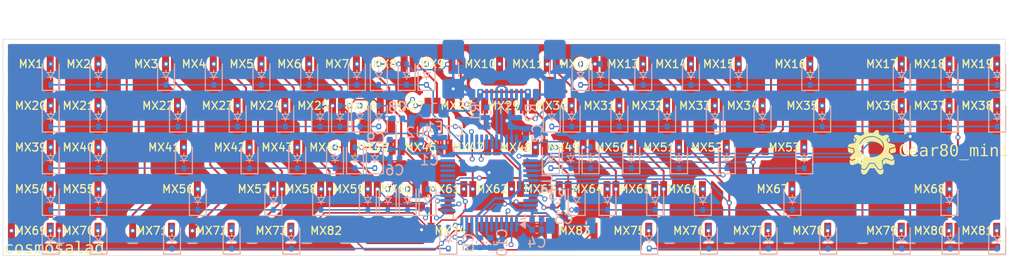
<source format=kicad_pcb>
(kicad_pcb (version 20240108) (generator "pcbnew") (generator_version "8.0")
  (layers (0 "F.Cu" signal) (1 "In1.Cu" signal) (2 "In2.Cu" signal) (31 "B.Cu" signal) (34 "B.Paste" user) (35 "F.Paste" user) (36 "B.SilkS" user "B.Silkscreen") (37 "F.SilkS" user "F.Silkscreen") (38 "B.Mask" user) (39 "F.Mask" user) (44 "Edge.Cuts" user))
  (net 0 "")
  (net 1 "GND")
  (net 2 "+3V3")
  (net 3 "+5V")
  (net 4 "Net-(U3-NRST)")
  (net 5 "VBUS")
  (net 6 "USB_D+")
  (net 7 "Net-(J1-CC1)")
  (net 8 "USB_D-")
  (net 9 "Net-(J1-CC2)")
  (net 12 "BOOT")
  (net 21 "COL0")
  (net 22 "COL1")
  (net 23 "COL2")
  (net 24 "COL3")
  (net 25 "COL4")
  (net 26 "COL5")
  (net 27 "COL6")
  (net 28 "COL7")
  (net 29 "COL8")
  (net 30 "COL9")
  (net 31 "COL10")
  (net 32 "COL11")
  (net 33 "COL12")
  (net 34 "COL13")
  (net 35 "COL14")
  (net 36 "COL15")
  (net 37 "COL16")
  (net 38 "COL17")
  (net 39 "COL18")
  (net 40 "Net-(D1-A)")
  (net 41 "ROW0")
  (net 42 "Net-(D2-A)")
  (net 43 "Net-(D3-A)")
  (net 44 "Net-(D4-A)")
  (net 45 "Net-(D5-A)")
  (net 46 "Net-(D6-A)")
  (net 47 "Net-(D7-A)")
  (net 48 "Net-(D8-A)")
  (net 49 "Net-(D9-A)")
  (net 50 "Net-(D10-A)")
  (net 51 "Net-(D11-A)")
  (net 52 "Net-(D12-A)")
  (net 53 "Net-(D13-A)")
  (net 54 "Net-(D14-A)")
  (net 55 "Net-(D15-A)")
  (net 56 "Net-(D16-A)")
  (net 57 "Net-(D17-A)")
  (net 58 "Net-(D18-A)")
  (net 59 "Net-(D19-A)")
  (net 60 "ROW1")
  (net 61 "Net-(D20-A)")
  (net 62 "Net-(D21-A)")
  (net 63 "Net-(D22-A)")
  (net 64 "Net-(D23-A)")
  (net 65 "Net-(D24-A)")
  (net 66 "Net-(D25-A)")
  (net 67 "Net-(D26-A)")
  (net 68 "Net-(D27-A)")
  (net 69 "Net-(D28-A)")
  (net 70 "Net-(D29-A)")
  (net 71 "Net-(D30-A)")
  (net 72 "Net-(D31-A)")
  (net 73 "Net-(D32-A)")
  (net 74 "Net-(D33-A)")
  (net 75 "Net-(D34-A)")
  (net 76 "Net-(D35-A)")
  (net 77 "Net-(D36-A)")
  (net 78 "Net-(D37-A)")
  (net 79 "Net-(D38-A)")
  (net 80 "ROW2")
  (net 81 "Net-(D39-A)")
  (net 82 "Net-(D40-A)")
  (net 83 "Net-(D41-A)")
  (net 84 "Net-(D42-A)")
  (net 85 "Net-(D43-A)")
  (net 86 "Net-(D44-A)")
  (net 87 "Net-(D45-A)")
  (net 88 "Net-(D46-A)")
  (net 89 "Net-(D47-A)")
  (net 90 "Net-(D48-A)")
  (net 91 "Net-(D49-A)")
  (net 92 "Net-(D50-A)")
  (net 93 "Net-(D51-A)")
  (net 94 "Net-(D52-A)")
  (net 95 "Net-(D53-A)")
  (net 96 "Net-(D54-A)")
  (net 97 "ROW3")
  (net 98 "Net-(D55-A)")
  (net 99 "Net-(D56-A)")
  (net 100 "Net-(D57-A)")
  (net 101 "Net-(D58-A)")
  (net 102 "Net-(D59-A)")
  (net 103 "Net-(D60-A)")
  (net 104 "Net-(D61-A)")
  (net 105 "Net-(D62-A)")
  (net 106 "Net-(D63-A)")
  (net 107 "Net-(D64-A)")
  (net 108 "Net-(D65-A)")
  (net 109 "Net-(D66-A)")
  (net 110 "Net-(D67-A)")
  (net 111 "Net-(D68-A)")
  (net 112 "Net-(D69-A)")
  (net 113 "ROW4")
  (net 114 "Net-(D70-A)")
  (net 115 "Net-(D71-A)")
  (net 116 "Net-(D72-A)")
  (net 117 "Net-(D73-A)")
  (net 118 "Net-(D74-A)")
  (net 119 "Net-(D75-A)")
  (net 120 "Net-(D76-A)")
  (net 121 "Net-(D77-A)")
  (net 122 "Net-(D78-A)")
  (net 123 "Net-(D79-A)")
  (net 124 "Net-(D80-A)")
  (net 125 "Net-(D81-A)")
  (footprint "AA_custom:PinSocket_1x02_P2.54mm_Vertical_new_qmk" (layer "F.Cu") (at 226.8 70.2)
    (property "Reference" "MX81")
    (property "Value" "MX_SW_HS" (hide yes))
  )
  (footprint "AA_custom:PinSocket_1x02_P2.54mm_Vertical_new_qmk" (layer "F.Cu") (at 131.6 53.4)
    (property "Reference" "MX1")
    (property "Value" "MX_SW_HS" (hide yes))
  )
  (footprint "AA_custom:PinSocket_1x02_P2.54mm_Vertical_new_qmk" (layer "F.Cu") (at 145 61.8)
    (property "Reference" "MX41")
    (property "Value" "MX_SW_HS" (hide yes))
  )
  (footprint "AA_custom:PinSocket_1x02_P2.54mm_Vertical_new_qmk" (layer "F.Cu") (at 143.8 70.2)
    (property "Reference" "MX71")
    (property "Value" "MX_SW_HS" (hide yes))
  )
  (footprint "AA_custom:PinSocket_1x02_P2.54mm_Vertical_new_qmk" (layer "F.Cu") (at 167.2 53.4)
    (property "Reference" "MX8")
    (property "Value" "MX_SW_HS" (hide yes))
  )
  (footprint "AA_custom:PinSocket_1x02_P2.54mm_Vertical_new_qmk" (layer "F.Cu") (at 131.6 70.2)
    (property "Reference" "MX69")
    (property "Value" "MX_SW_HS" (hide yes))
  )
  (footprint "AA_custom:PinSocket_1x02_P2.54mm_Vertical_new_qmk" (layer "F.Cu") (at 155.8 70.2)
    (property "Reference" "MX73")
    (property "Value" "MX_SW_HS" (hide yes))
  )
  (footprint "AA_custom:PinSocket_1x02_P2.54mm_Vertical_new_qmk" (layer "F.Cu") (at 170.8 61.8)
    (property "Reference" "MX46")
    (property "Value" "MX_SW_HS" (hide yes))
  )
  (footprint "AA_custom:PinSocket_1x02_P2.54mm_Vertical_new_qmk" (layer "F.Cu") (at 179.2 57.6)
    (property "Reference" "MX29")
    (property "Value" "MX_SW_HS" (hide yes))
  )
  (footprint "AA_custom:PinSocket_1x02_P2.54mm_Vertical_new_qmk" (layer "F.Cu") (at 184 57.6)
    (property "Reference" "MX30")
    (property "Value" "MX_SW_HS" (hide yes))
  )
  (footprint "AA_custom:PinSocket_1x02_P2.54mm_Vertical_new_qmk" (layer "F.Cu") (at 188.8 57.6)
    (property "Reference" "MX31")
    (property "Value" "MX_SW_HS" (hide yes))
  )
  (footprint "AA_custom:PinSocket_1x02_P2.54mm_Vertical_new_qmk" (layer "F.Cu") (at 164.8 57.6)
    (property "Reference" "MX26")
    (property "Value" "MX_SW_HS" (hide yes))
  )
  (footprint "AA_custom:PinSocket_1x02_P2.54mm_Vertical_new_qmk" (layer "F.Cu") (at 209.2 57.6)
    (property "Reference" "MX35")
    (property "Value" "MX_SW_HS" (hide yes))
  )
  (footprint "AA_custom:PinSocket_1x02_P2.54mm_Vertical_new_qmk" (layer "F.Cu") (at 150.4 57.6)
    (property "Reference" "MX23")
    (property "Value" "MX_SW_HS" (hide yes))
  )
  (footprint "AA_custom:PinSocket_1x02_P2.54mm_Vertical_new_qmk" (layer "F.Cu") (at 162.4 53.4)
    (property "Reference" "MX7")
    (property "Value" "MX_SW_HS" (hide yes))
  )
  (footprint "AA_custom:PinSocket_1x02_P2.54mm_Vertical_new_qmk" (layer "F.Cu") (at 187.6 66)
    (property "Reference" "MX64")
    (property "Value" "MX_SW_HS" (hide yes))
  )
  (footprint "AA_custom:PinSocket_1x02_P2.54mm_Vertical_new_qmk" (layer "F.Cu") (at 197.8 70.2)
    (property "Reference" "MX76")
    (property "Value" "MX_SW_HS" (hide yes))
  )
  (footprint "AA_custom:PinSocket_1x02_P2.54mm_Vertical_new_qmk" (layer "F.Cu") (at 169.6 57.6)
    (property "Reference" "MX27")
    (property "Value" "MX_SW_HS" (hide yes))
  )
  (footprint "AA_custom:PinSocket_1x02_P2.54mm_Vertical_new_qmk" (layer "F.Cu") (at 136.4 61.8)
    (property "Reference" "MX40")
    (property "Value" "MX_SW_HS" (hide yes))
  )
  (footprint "AA_custom:PinSocket_1x02_P2.54mm_Vertical_new_qmk" (layer "F.Cu") (at 136.4 53.4)
    (property "Reference" "MX2")
    (property "Value" "MX_SW_HS" (hide yes))
  )
  (footprint "AA_custom:PinSocket_1x02_P2.54mm_Vertical_new_qmk" (layer "F.Cu") (at 200.8 53.4)
    (property "Reference" "MX15")
    (property "Value" "MX_SW_HS" (hide yes))
  )
  (footprint "AA_custom:PinSocket_1x02_P2.54mm_Vertical_new_qmk" (layer "F.Cu") (at 173.8 70.2)
    (property "Reference" "MX74")
    (property "Value" "MX_SW_HS" (hide yes))
  )
  (footprint "AA_custom:PinSocket_1x02_P2.54mm_Vertical_new_qmk" (layer "F.Cu") (at 206.2 66)
    (property "Reference" "MX67")
    (property "Value" "MX_SW_HS" (hide yes))
  )
  (footprint "AA_custom:PinSocket_1x02_P2.54mm_Vertical_new_qmk" (layer "F.Cu") (at 181.6 53.4)
    (property "Reference" "MX11")
    (property "Value" "MX_SW_HS" (hide yes))
  )
  (footprint "AA_custom:PinSocket_1x02_P2.54mm_Vertical_new_qmk" (layer "F.Cu") (at 154 66)
    (property "Reference" "MX57")
    (property "Value" "MX_SW_HS" (hide yes))
  )
  (footprint "AA_custom:PinSocket_1x02_P2.54mm_Vertical_new_qmk" (layer "F.Cu") (at 226.8 57.6)
    (property "Reference" "MX38")
    (property "Value" "MX_SW_HS" (hide yes))
  )
  (footprint "AA_custom:PinSocket_1x02_P2.54mm_Vertical_new_qmk" (layer "F.Cu") (at 191.2 53.4)
    (property "Reference" "MX13")
    (property "Value" "MX_SW_HS" (hide yes))
  )
  (footprint "AA_custom:PinSocket_1x02_P2.54mm_Vertical_new_qmk" (layer "F.Cu") (at 186.3 70.2)
    (property "Reference" "MX83")
    (property "Value" "MX_SW_HS" (hide yes))
  )
  (footprint "AA_custom:PinSocket_1x02_P2.54mm_Vertical_new_qmk" (layer "F.Cu") (at 161.3 70.2)
    (property "Reference" "MX82")
    (property "Value" "MX_SW_HS" (hide yes))
  )
  (footprint "AA_custom:PinSocket_1x02_P2.54mm_Vertical_new_qmk" (layer "F.Cu") (at 136.4 66)
    (property "Reference" "MX55")
    (property "Value" "MX_SW_HS" (hide yes))
  )
  (footprint "AA_custom:PinSocket_1x02_P2.54mm_Vertical_new_qmk" (layer "F.Cu") (at 222 66)
    (property "Reference" "MX68")
    (property "Value" "MX_SW_HS" (hide yes))
  )
  (footprint "AA_custom:PinSocket_1x02_P2.54mm_Vertical_new_qmk" (layer "F.Cu") (at 185.2 61.8)
    (property "Reference" "MX49")
    (property "Value" "MX_SW_HS" (hide yes))
  )
  (footprint "AA_custom:PinSocket_1x02_P2.54mm_Vertical_new_qmk" (layer "F.Cu") (at 186.4 53.4)
    (property "Reference" "MX12")
    (property "Value" "MX_SW_HS" (hide yes))
  )
  (footprint "AA_custom:PinSocket_1x02_P2.54mm_Vertical_new_qmk" (layer "F.Cu") (at 143.2 53.4)
    (property "Reference" "MX3")
    (property "Value" "MX_SW_HS" (hide yes))
  )
  (footprint "AA_custom:PinSocket_1x02_P2.54mm_Vertical_new_qmk" (layer "F.Cu") (at 131.6 61.8)
    (property "Reference" "MX39")
    (property "Value" "MX_SW_HS" (hide yes))
  )
  (footprint "AA_custom:PinSocket_1x02_P2.54mm_Vertical_new_qmk" (layer "F.Cu") (at 156.4 61.8)
    (property "Reference" "MX43")
    (property "Value" "MX_SW_HS" (hide yes))
  )
  (footprint "AA_custom:PinSocket_1x02_P2.54mm_Vertical_new_qmk" (layer "F.Cu") (at 158.8 66)
    (property "Reference" "MX58")
    (property "Value" "MX_SW_HS" (hide yes))
  )
  (footprint "AA_custom:PinSocket_1x02_P2.54mm_Vertical_new_qmk" (layer "F.Cu") (at 161.2 61.8)
    (property "Reference" "MX44")
    (property "Value" "MX_SW_HS" (hide yes))
  )
  (footprint "AA_custom:PinSocket_1x02_P2.54mm_Vertical_new_qmk" (layer "F.Cu") (at 176.8 53.4)
    (property "Reference" "MX10")
    (property "Value" "MX_SW_HS" (hide yes))
  )
  (footprint "AA_custom:PinSocket_1x02_P2.54mm_Vertical_new_qmk" (layer "F.Cu") (at 199.6 61.8)
    (property "Reference" "MX52")
    (property "Value" "MX_SW_HS" (hide yes))
  )
  (footprint "AA_custom:PinSocket_1x02_P2.54mm_Vertical_new_qmk" (layer "F.Cu") (at 207.4 61.8)
    (property "Reference" "MX53")
    (property "Value" "MX_SW_HS" (hide yes))
  )
  (footprint "AA_custom:PinSocket_1x02_P2.54mm_Vertical_new_qmk" (layer "F.Cu") (at 209.8 70.2)
    (property "Reference" "MX78")
    (property "Value" "MX_SW_HS" (hide yes))
  )
  (footprint "AA_custom:PinSocket_1x02_P2.54mm_Vertical_new_qmk" (layer "F.Cu") (at 222 70.2)
    (property "Reference" "MX80")
    (property "Value" "MX_SW_HS" (hide yes))
  )
  (footprint "AA_custom:PinSocket_1x02_P2.54mm_Vertical_new_qmk" (layer "F.Cu") (at 131.6 57.6)
    (property "Reference" "MX20")
    (property "Value" "MX_SW_HS" (hide yes))
  )
  (footprint "AA_custom:PinSocket_1x02_P2.54mm_Vertical_new_qmk" (layer "F.Cu") (at 175.6 61.8)
    (property "Reference" "MX47")
    (property "Value" "MX_SW_HS" (hide yes))
  )
  (footprint "AA_custom:PinSocket_1x02_P2.54mm_Vertical_new_qmk" (layer "F.Cu") (at 180.4 61.8)
    (property "Reference" "MX48")
    (property "Value" "MX_SW_HS" (hide yes))
  )
  (footprint "AA_custom:PinSocket_1x02_P2.54mm_Vertical_new_qmk" (layer "F.Cu") (at 217.2 70.2)
    (property "Reference" "MX79")
    (property "Value" "MX_SW_HS" (hide yes))
  )
  (footprint "AA_custom:PinSocket_1x02_P2.54mm_Vertical_new_qmk" (layer "F.Cu") (at 166 61.8)
    (property "Reference" "MX45")
    (property "Value" "MX_SW_HS" (hide yes))
  )
  (footprint "AA_custom:PinSocket_1x02_P2.54mm_Vertical_new_qmk" (layer "F.Cu") (at 155.2 57.6)
    (property "Reference" "MX24")
    (property "Value" "MX_SW_HS" (hide yes))
  )
  (footprint "AA_custom:PinSocket_1x02_P2.54mm_Vertical_new_qmk" (layer "F.Cu") (at 217.2 53.4)
    (property "Reference" "MX17")
    (property "Value" "MX_SW_HS" (hide yes))
  )
  (footprint "AA_custom:PinSocket_1x02_P2.54mm_Vertical_new_qmk" (layer "F.Cu") (at 157.6 53.4)
    (property "Reference" "MX6")
    (property "Value" "MX_SW_HS" (hide yes))
  )
  (footprint "AA_custom:PinSocket_1x02_P2.54mm_Vertical_new_qmk" (layer "F.Cu") (at 191.8 70.2)
    (property "Reference" "MX75")
    (property "Value" "MX_SW_HS" (hide yes))
  )
  (footprint "AA_custom:PinSocket_1x02_P2.54mm_Vertical_new_qmk" (layer "F.Cu") (at 217.2 57.6)
    (property "Reference" "MX36")
    (property "Value" "MX_SW_HS" (hide yes))
  )
  (footprint "AA_custom:PinSocket_1x02_P2.54mm_Vertical_new_qmk" (layer "F.Cu") (at 226.8 53.4)
    (property "Reference" "MX19")
    (property "Value" "MX_SW_HS" (hide yes))
  )
  (footprint "AA_custom:PinSocket_1x02_P2.54mm_Vertical_new_qmk" (layer "F.Cu") (at 151.6 61.8)
    (property "Reference" "MX42")
    (property "Value" "MX_SW_HS" (hide yes))
  )
  (footprint "AA_custom:PinSocket_1x02_P2.54mm_Vertical_new_qmk" (layer "F.Cu") (at 182.8 66)
    (property "Reference" "MX63")
    (property "Value" "MX_SW_HS" (hide yes))
  )
  (footprint "AA_custom:PinSocket_1x02_P2.54mm_Vertical_new_qmk" (layer "F.Cu") (at 144.4 57.6)
    (property "Reference" "MX22")
    (property "Value" "MX_SW_HS" (hide yes))
  )
  (footprint "AA_custom:PinSocket_1x02_P2.54mm_Vertical_new_qmk" (layer "F.Cu") (at 203.2 57.6)
    (property "Reference" "MX34")
    (property "Value" "MX_SW_HS" (hide yes))
  )
  (footprint "AA_custom:PinSocket_1x02_P2.54mm_Vertical_new_qmk" (layer "F.Cu") (at 173.2 66)
    (property "Reference" "MX61")
    (property "Value" "MX_SW_HS" (hide yes))
  )
  (footprint "AA_custom:PinSocket_1x02_P2.54mm_Vertical_new_qmk" (layer "F.Cu") (at 131.6 66)
    (property "Reference" "MX54")
    (property "Value" "MX_SW_HS" (hide yes))
  )
  (footprint "AA_custom:PinSocket_1x02_P2.54mm_Vertical_new_qmk" (layer "F.Cu") (at 208 53.4)
    (property "Reference" "MX16")
    (property "Value" "MX_SW_HS" (hide yes))
  )
  (footprint "AA_custom:PinSocket_1x02_P2.54mm_Vertical_new_qmk" (layer "F.Cu") (at 148 53.4)
    (property "Reference" "MX4")
    (property "Value" "MX_SW_HS" (hide yes))
  )
  (footprint "AA_custom:PinSocket_1x02_P2.54mm_Vertical_new_qmk" (layer "F.Cu") (at 192.4 66)
    (property "Reference" "MX65")
    (property "Value" "MX_SW_HS" (hide yes))
  )
  (footprint "AA_custom:PinSocket_1x02_P2.54mm_Vertical_new_qmk" (layer "F.Cu") (at 222 57.6)
    (property "Reference" "MX37")
    (property "Value" "MX_SW_HS" (hide yes))
  )
  (footprint "AA_custom:PinSocket_1x02_P2.54mm_Vertical_new_qmk" (layer "F.Cu") (at 193.6 57.6)
    (property "Reference" "MX32")
    (property "Value" "MX_SW_HS" (hide yes))
  )
  (footprint "AA_custom:PinSocket_1x02_P2.54mm_Vertical_new_qmk" (layer "F.Cu") (at 163.6 66)
    (property "Reference" "MX59")
    (property "Value" "MX_SW_HS" (hide yes))
  )
  (footprint "AA_custom:PinSocket_1x02_P2.54mm_Vertical_new_qmk" (layer "F.Cu") (at 136.4 70.2)
    (property "Reference" "MX70")
    (property "Value" "MX_SW_HS" (hide yes))
  )
  (footprint "AA_custom:PinSocket_1x02_P2.54mm_Vertical_new_qmk" (layer "F.Cu") (at 196 53.4)
    (property "Reference" "MX14")
    (property "Value" "MX_SW_HS" (hide yes))
  )
  (footprint "AA_custom:PinSocket_1x02_P2.54mm_Vertical_new_qmk" (layer "F.Cu") (at 160 57.6)
    (property "Reference" "MX25")
    (property "Value" "MX_SW_HS" (hide yes))
  )
  (footprint "AA_custom:PinSocket_1x02_P2.54mm_Vertical_new_qmk" (layer "F.Cu") (at 194.8 61.8)
    (property "Reference" "MX51")
    (property "Value" "MX_SW_HS" (hide yes))
  )
  (footprint "AA_custom:PinSocket_1x02_P2.54mm_Vertical_new_qmk" (layer "F.Cu") (at 152.8 53.4)
    (property "Reference" "MX5")
    (property "Value" "MX_SW_HS" (hide yes))
  )
  (footprint "AA_custom:PinSocket_1x02_P2.54mm_Vertical_new_qmk" (layer "F.Cu") (at 197.2 66)
    (property "Reference" "MX66")
    (property "Value" "MX_SW_HS" (hide yes))
  )
  (footprint "AA_custom:PinSocket_1x02_P2.54mm_Vertical_new_qmk" (layer "F.Cu") (at 222 53.4)
    (property "Reference" "MX18")
    (property "Value" "MX_SW_HS" (hide yes))
  )
  (footprint "LOGO" (layer "F.Cu") (at 216.1 62.3)
    (property "Reference" "G***" (hide yes))
    (property "Value" "LOGO" (hide yes))
  )
  (footprint "AA_custom:PinSocket_1x02_P2.54mm_Vertical_new_qmk" (layer "F.Cu") (at 174.4 57.6)
    (property "Reference" "MX28")
    (property "Value" "MX_SW_HS" (hide yes))
  )
  (footprint "AA_custom:PinSocket_1x02_P2.54mm_Vertical_new_qmk" (layer "F.Cu") (at 178 66)
    (property "Reference" "MX62")
    (property "Value" "MX_SW_HS" (hide yes))
  )
  (footprint "AA_custom:PinSocket_1x02_P2.54mm_Vertical_new_qmk" (layer "F.Cu") (at 136.4 57.6)
    (property "Reference" "MX21")
    (property "Value" "MX_SW_HS" (hide yes))
  )
  (footprint "AA_custom:PinSocket_1x02_P2.54mm_Vertical_new_qmk" (layer "F.Cu") (at 168.4 66)
    (property "Reference" "MX60")
    (property "Value" "MX_SW_HS" (hide yes))
  )
  (footprint "AA_custom:PinSocket_1x02_P2.54mm_Vertical_new_qmk" (layer "F.Cu") (at 172 53.4)
    (property "Reference" "MX9")
    (property "Value" "MX_SW_HS" (hide yes))
  )
  (footprint "AA_custom:PinSocket_1x02_P2.54mm_Vertical_new_qmk" (layer "F.Cu") (at 198.4 57.6)
    (property "Reference" "MX33")
    (property "Value" "MX_SW_HS" (hide yes))
  )
  (footprint "AA_custom:PinSocket_1x02_P2.54mm_Vertical_new_qmk" (layer "F.Cu") (at 146.4 66)
    (property "Reference" "MX56")
    (property "Value" "MX_SW_HS" (hide yes))
  )
  (footprint "AA_custom:PinSocket_1x02_P2.54mm_Vertical_new_qmk" (layer "F.Cu") (at 203.8 70.2)
    (property "Reference" "MX77")
    (property "Value" "MX_SW_HS" (hide yes))
  )
  (footprint "AA_custom:PinSocket_1x02_P2.54mm_Vertical_new_qmk" (layer "F.Cu") (at 149.8 70.2)
    (property "Reference" "MX72")
    (property "Value" "MX_SW_HS" (hide yes))
  )
  (footprint "AA_custom:PinSocket_1x02_P2.54mm_Vertical_new_qmk" (layer "F.Cu") (at 190 61.8)
    (property "Reference" "MX50")
    (property "Value" "MX_SW_HS" (hide yes))
  )
  (footprint "AA_custom:D_SOD-323_new" (layer "B.Cu") (at 162.2 62.85 90)
    (property "Reference" "D44" (hide yes))
    (property "Value" "D_Small")
  )
  (footprint "AA_custom:D_SOD-323_new" (layer "B.Cu") (at 205.8 70.95 90)
    (property "Reference" "D77" (hide yes))
    (property "Value" "D_Small")
  )
  (footprint "AA_custom:D_SOD-323_new" (layer "B.Cu") (at 156 67.05 90)
    (property "Reference" "D57" (hide yes))
    (property "Value" "D_Small")
  )
  (footprint "AA_custom:D_SOD-323_new" (layer "B.Cu") (at 151.8 70.95 90)
    (property "Reference" "D72" (hide yes))
    (property "Value" "D_Small")
  )
  (footprint "AA_custom:D_SOD-323_new" (layer "B.Cu") (at 219.2 54.45 90)
    (property "Reference" "D17" (hide yes))
    (property "Value" "D_Small")
  )
  (footprint "AA_custom:D_SOD-323_new" (layer "B.Cu") (at 224.1 70.95 90)
    (property "Reference" "D80" (hide yes))
    (property "Value" "D_Small")
  )
  (footprint "Capacitor_SMD:C_0402_1005Metric" (layer "B.Cu") (at 177.8 71.4 -90)
    (property "Reference" "C10")
    (property "Value" "100n")
  )
  (footprint "AA_custom:D_SOD-323_new" (layer "B.Cu") (at 133.6 54.45 90)
    (property "Reference" "D1" (hide yes))
    (property "Value" "D_Small")
  )
  (footprint "AA_custom:D_SOD-323_new" (layer "B.Cu") (at 185.9 62.85 90)
    (property "Reference" "D48" (hide yes))
    (property "Value" "D_Small")
  )
  (footprint "AA_custom:D_SOD-323_new" (layer "B.Cu") (at 158.4 62.85 90)
    (property "Reference" "D43" (hide yes))
    (property "Value" "D_Small")
  )
  (footprint "AA_custom:D_SOD-323_new" (layer "B.Cu") (at 147 62.85 90)
    (property "Reference" "D41" (hide yes))
    (property "Value" "D_Small")
  )
  (footprint "AA_custom:D_SOD-323_new" (layer "B.Cu") (at 196.8 62.85 90)
    (property "Reference" "D51" (hide yes))
    (property "Value" "D_Small")
  )
  (footprint "AA_custom:D_SOD-323_new" (layer "B.Cu") (at 193.2 54.45 90)
    (property "Reference" "D13" (hide yes))
    (property "Value" "D_Small")
  )
  (footprint "AA_custom:D_SOD-323_new" (layer "B.Cu") (at 159.6 54.45 90)
    (property "Reference" "D6" (hide yes))
    (property "Value" "D_Small")
  )
  (footprint "Resistor_SMD:R_0402_1005Metric" (layer "B.Cu") (at 177.5 58.3 -90)
    (property "Reference" "R1")
    (property "Value" "5.1k")
  )
  (footprint "AA_custom:D_SOD-323_new" (layer "B.Cu") (at 186.9 54.45 90)
    (property "Reference" "D11" (hide yes))
    (property "Value" "D_Small")
  )
  (footprint "AA_custom:D_SOD-323_new" (layer "B.Cu") (at 162.7 58.65 90)
    (property "Reference" "D26" (hide yes))
    (property "Value" "D_Small")
  )
  (footprint "AA_custom:D_SOD-323_new" (layer "B.Cu") (at 164.7 58.65 90)
    (property "Reference" "D27" (hide yes))
    (property "Value" "D_Small")
  )
  (footprint "AA_custom:D_SOD-323_new" (layer "B.Cu") (at 166.2 62.85 90)
    (property "Reference" "D46" (hide yes))
    (property "Value" "D_Small")
  )
  (footprint "AA_custom:D_SOD-323_new" (layer "B.Cu") (at 189.6 67.05 90)
    (property "Reference" "D64" (hide yes))
    (property "Value" "D_Small")
  )
  (footprint "AA_custom:D_SOD-323_new" (layer "B.Cu") (at 133.6 58.65 90)
    (property "Reference" "D20" (hide yes))
    (property "Value" "D_Small")
  )
  (footprint "AA_custom:D_SOD-323_new" (layer "B.Cu") (at 133.6 70.95 90)
    (property "Reference" "D69" (hide yes))
    (property "Value" "D_Small")
  )
  (footprint "AA_custom:D_SOD-323_new" (layer "B.Cu") (at 186 58.65 90)
    (property "Reference" "D30" (hide yes))
    (property "Value" "D_Small")
  )
  (footprint "AA_custom:D_SOD-323_new" (layer "B.Cu") (at 133.6 62.85 90)
    (property "Reference" "D39" (hide yes))
    (property "Value" "D_Small")
  )
  (footprint "AA_custom:D_SOD-323_new" (layer "B.Cu") (at 173.6 70.95 90)
    (property "Reference" "D74" (hide yes))
    (property "Value" "D_Small")
  )
  (footprint "AA_custom:D_SOD-323_new" (layer "B.Cu") (at 219.2 70.95 90)
    (property "Reference" "D79" (hide yes))
    (property "Value" "D_Small")
  )
  (footprint "AA_custom:D_SOD-323_new" (layer "B.Cu") (at 164.2 62.85 90)
    (property "Reference" "D45" (hide yes))
    (property "Value" "D_Small")
  )
  (footprint "AA_custom:D_SOD-323_new" (layer "B.Cu") (at 148.4 67.05 90)
    (property "Reference" "D56" (hide yes))
    (property "Value" "D_Small")
  )
  (footprint "Capacitor_SMD:C_0402_1005Metric" (layer "B.Cu") (at 173.2 61.3 90)
    (property "Reference" "C7")
    (property "Value" "1u")
  )
  (footprint "AA_custom:D_SOD-323_new" (layer "B.Cu") (at 202.8 54.45 90)
    (property "Reference" "D15" (hide yes))
    (property "Value" "D_Small")
  )
  (footprint "AA_custom:D_SOD-323_new" (layer "B.Cu") (at 194.4 67.05 90)
    (property "Reference" "D65" (hide yes))
    (property "Value" "D_Small")
  )
  (footprint "Connector_USB:USB_C_Receptacle_GCT_USB4110" (layer "B.Cu") (at 179.2 52.8)
    (property "Reference" "J1")
    (property "Value" "USB_C_Receptacle_USB2.0")
  )
  (footprint "AA_custom:D_SOD-323_new" (layer "B.Cu") (at 157.2 58.65 90)
    (property "Reference" "D24" (hide yes))
    (property "Value" "D_Small")
  )
  (footprint "Capacitor_SMD:C_0402_1005Metric" (layer "B.Cu") (at 172.2 61.3 90)
    (property "Reference" "C1")
    (property "Value" "100n")
  )
  (footprint "AA_custom:D_SOD-323_new" (layer "B.Cu") (at 145.8 70.95 90)
    (property "Reference" "D71" (hide yes))
    (property "Value" "D_Small")
  )
  (footprint "AA_custom:D_SOD-323_new" (layer "B.Cu") (at 183.9 62.85 90)
    (property "Reference" "D47" (hide yes))
    (property "Value" "D_Small")
  )
  (footprint "AA_custom:D_SOD-323_new" (layer "B.Cu") (at 187.9 62.85 90)
    (property "Reference" "D49" (hide yes))
    (property "Value" "D_Small")
  )
  (footprint "AA_custom:D_SOD-323_new" (layer "B.Cu") (at 154.8 54.45 90)
    (property "Reference" "D5" (hide yes))
    (property "Value" "D_Small")
  )
  (footprint "Capacitor_SMD:C_0402_1005Metric" (layer "B.Cu") (at 167.7 61.5 90)
    (property "Reference" "C9")
    (property "Value" "1u")
  )
  (footprint "AA_custom:D_SOD-323_new" (layer "B.Cu") (at 138.4 62.85 90)
    (property "Reference" "D40" (hide yes))
    (property "Value" "D_Small")
  )
  (footprint "AA_custom:D_SOD-323_new" (layer "B.Cu") (at 164.4 54.45 90)
    (property "Reference" "D7" (hide yes))
    (property "Value" "D_Small")
  )
  (footprint "Capacitor_SMD:C_0402_1005Metric" (layer "B.Cu") (at 182.5 69.1)
    (property "Reference" "C3")
    (property "Value" "100n")
  )
  (footprint "AA_custom:D_SOD-323_new" (layer "B.Cu") (at 200.4 58.65 90)
    (property "Reference" "D33" (hide yes))
    (property "Value" "D_Small")
  )
  (footprint "Capacitor_SMD:C_0402_1005Metric" (layer "B.Cu") (at 181.4 60.4 90)
    (property "Reference" "C2")
    (property "Value" "100n")
  )
  (footprint "AA_custom:D_SOD-323_new" (layer "B.Cu") (at 198 54.45 90)
    (property "Reference" "D14" (hide yes))
    (property "Value" "D_Small")
  )
  (footprint "Package_QFP:LQFP-48_7x7mm_P0.5mm" (layer "B.Cu") (at 177.7 65.4 90)
    (property "Reference" "U3")
    (property "Value" "STM32F072C8Tx")
  )
  (footprint "Resistor_SMD:R_0402_1005Metric" (layer "B.Cu") (at 180.7 58.3 -90)
    (property "Reference" "R2")
    (property "Value" "5.1k")
  )
  (footprint "Capacitor_SMD:C_0402_1005Metric" (layer "B.Cu") (at 176.8 71.4 -90)
    (property "Reference" "C5")
    (property "Value" "100n")
  )
  (footprint "AA_custom:D_SOD-323_new" (layer "B.Cu") (at 166.6 58.65 90)
    (property "Reference" "D28" (hide yes))
    (property "Value" "D_Small")
  )
  (footprint "AA_custom:D_SOD-323_new" (layer "B.Cu") (at 145.2 54.45 90)
    (property "Reference" "D3" (hide yes))
    (property "Value" "D_Small")
  )
  (footprint "Resistor_SMD:R_0402_1005Metric" (layer "B.Cu") (at 184.6 67.8 180)
    (property "Reference" "R3")
    (property "Value" "10k")
  )
  (footprint "AA_custom:D_SOD-323_new" (layer "B.Cu") (at 199.8 70.95 90)
    (property "Reference" "D76" (hide yes))
    (property "Value" "D_Small")
  )
  (footprint "AA_custom:D_SOD-323_new" (layer "B.Cu") (at 160.8 67.05 90)
    (property "Reference" "D58" (hide yes))
    (property "Value" "D_Small")
  )
  (footprint "AA_custom:D_SOD-323_new" (layer "B.Cu") (at 133.6 67.05 90)
    (property "Reference" "D54" (hide yes))
    (property "Value" "D_Small")
  )
  (footprint "AA_custom:D_SOD-323_new" (layer "B.Cu") (at 157.8 70.95 90)
    (property "Reference" "D73" (hide yes))
    (property "Value" "D_Small")
  )
  (footprint "AA_custom:D_SOD-323_new" (layer "B.Cu") (at 209.4 62.85 90)
    (property "Reference" "D53" (hide yes))
    (property "Value" "D_Small")
  )
  (footprint "AA_custom:D_SOD-323_new" (layer "B.Cu") (at 167.5 67.05 90)
    (property "Reference" "D60" (hide yes))
    (property "Value" "D_Small")
  )
  (footprint "AA_custom:D_SOD-323_new" (layer "B.Cu") (at 205.2 58.65 90)
    (property "Reference" "D34" (hide yes))
    (property "Value" "D_Small")
  )
  (footprint "Capacitor_SMD:C_0402_1005Metric" (layer "B.Cu") (at 168.5 58.9 180)
    (property "Reference" "C8")
    (property "Value" "1u")
  )
  (footprint "AA_custom:D_SOD-323_new" (layer "B.Cu") (at 165.5 67.05 90)
    (property "Reference" "D59" (hide yes))
    (property "Value" "D_Small")
  )
  (footprint "AA_custom:D_SOD-323_new" (layer "B.Cu") (at 224 58.65 90)
    (property "Reference" "D37" (hide yes))
    (property "Value" "D_Small")
  )
  (footprint "Resistor_SMD:R_0805_2012Metric" (layer "B.Cu") (at 172.2 58.1)
    (property "Reference" "F1")
    (property "Value" "SMD0805P050TF")
  )
  (footprint "AA_custom:D_SOD-323_new" (layer "B.Cu") (at 171.5 67.05 90)
    (property "Reference" "D62" (hide yes))
    (property "Value" "D_Small")
  )
  (footprint "AA_custom:D_SOD-323_new" (layer "B.Cu") (at 169.4 54.45 90)
    (property "Reference" "D9" (hide yes))
    (property "Value" "D_Small")
  )
  (footprint "AA_custom:D_SOD-323_new" (layer "B.Cu") (at 190.8 58.65 90)
    (property "Reference" "D31" (hide yes))
    (property "Value" "D_Small")
  )
  (footprint "Package_TO_SOT_SMD:SOT-23-3" (layer "B.Cu") (at 169.9 60.3 90)
    (property "Reference" "U2")
    (property "Value" "XC6206P332MR")
  )
  (footprint "AA_custom:D_SOD-323_new" (layer "B.Cu") (at 153.6 62.85 90)
    (property "Reference" "D42" (hide yes))
    (property "Value" "D_Small")
  )
  (footprint "AA_custom:D_SOD-323_new" (layer "B.Cu") (at 228.8 70.95 90)
    (property "Reference" "D81" (hide yes))
    (property "Value" "D_Small")
  )
  (footprint "AA_custom:reset1" (layer "B.Cu") (at 185.9 69.7)
    (property "Reference" "RESET1" (hide yes))
    (property "Value" "SW_Push")
  )
  (footprint "AA_custom:D_SOD-323_new" (layer "B.Cu") (at 138.4 70.95 90)
    (property "Reference" "D70" (hide yes))
    (property "Value" "D_Small")
  )
  (footprint "AA_custom:D_SOD-323_new" (layer "B.Cu") (at 211.2 58.65 90)
    (property "Reference" "D35" (hide yes))
    (property "Value" "D_Small")
  )
  (footprint "Capacitor_SMD:C_0402_1005Metric" (layer "B.Cu") (at 182.5 70.1)
    (property "Reference" "C4")
    (property "Value" "100n")
  )
  (footprint "AA_custom:D_SOD-323_new" (layer "B.Cu") (at 219.2 58.65 90)
    (property "Reference" "D36" (hide yes))
    (property "Value" "D_Small")
  )
  (footprint "AA_custom:D_SOD-323_new" (layer "B.Cu") (at 201.6 62.85 90)
    (property "Reference" "D52" (hide yes))
    (property "Value" "D_Small")
  )
  (footprint "AA_custom:D_SOD-323_new" (layer "B.Cu") (at 210 54.45 90)
    (property "Reference" "D16" (hide yes))
    (property "Value" "D_Small")
  )
  (footprint "AA_custom:D_SOD-323_new" (layer "B.Cu") (at 184 58.65 90)
    (property "Reference" "D29" (hide yes))
    (property "Value" "D_Small")
  )
  (footprint "AA_custom:D_SOD-323_new" (layer "B.Cu") (at 195.6 58.65 90)
    (property "Reference" "D32" (hide yes))
    (property "Value" "D_Small")
  )
  (footprint "AA_custom:D_SOD-323_new" (layer "B.Cu") (at 192 62.85 90)
    (property "Reference" "D50" (hide yes))
    (property "Value" "D_Small")
  )
  (footprint "AA_custom:D_SOD-323_new" (layer "B.Cu") (at 193.8 70.95 90)
    (property "Reference" "D75" (hide yes))
    (property "Value" "D_Small")
  )
  (footprint "AA_custom:D_SOD-323_new" (layer "B.Cu") (at 138.4 67.05 90)
    (property "Reference" "D55" (hide yes))
    (property "Value" "D_Small")
  )
  (footprint "AA_custom:D_SOD-323_new" (layer "B.Cu") (at 138.4 58.65 90)
    (property "Reference" "D21" (hide yes))
    (property "Value" "D_Small")
  )
  (footprint "AA_custom:D_SOD-323_new" (layer "B.Cu") (at 160.7 58.65 90)
    (property "Reference" "D25" (hide yes))
    (property "Value" "D_Small")
  )
  (footprint "AA_custom:D_SOD-323_new" (layer "B.Cu") (at 208.2 67.05 90)
    (property "Reference" "D67" (hide yes))
    (property "Value" "D_Small")
  )
  (footprint "AA_custom:D_SOD-323_new" (layer "B.Cu") (at 138.4 54.45 90)
    (property "Reference" "D2" (hide yes))
    (property "Value" "D_Small")
  )
  (footprint "AA_custom:D_SOD-323_new" (layer "B.Cu") (at 150 54.45 90)
    (property "Reference" "D4" (hide yes))
    (property "Value" "D_Small")
  )
  (footprint "AA_custom:D_SOD-323_new" (layer "B.Cu") (at 211.8 70.95 90)
    (property "Reference" "D78" (hide yes))
    (property "Value" "D_Small")
  )
  (footprint "AA_custom:D_SOD-323_new" (layer "B.Cu") (at 171.4 54.45 90)
    (property "Reference" "D10" (hide yes))
    (property "Value" "D_Small")
  )
  (footprint "Capacitor_SMD:C_0402_1005Metric" (layer "B.Cu") (at 168.2 62.9 180)
    (property "Reference" "C6")
    (property "Value" "4.7u")
  )
  (footprint "AA_custom:D_SOD-323_new" (layer "B.Cu") (at 228.8 54.45 90)
    (property "Reference" "D19" (hide yes))
    (property "Value" "D_Small")
  )
  (footprint "AA_custom:D_SOD-323_new" (layer "B.Cu") (at 188.9 54.45 90)
    (property "Reference" "D12" (hide yes))
    (property "Value" "D_Small")
  )
  (footprint "AA_custom:D_SOD-323_new" (layer "B.Cu") (at 146.4 58.65 90)
    (property "Reference" "D22" (hide yes))
    (property "Value" "D_Small")
  )
  (footprint "AA_custom:D_SOD-323_new" (layer "B.Cu") (at 152.4 58.65 90)
    (property "Reference" "D23" (hide yes))
    (property "Value" "D_Small")
  )
  (footprint "AA_custom:D_SOD-323_new" (layer "B.Cu") (at 228.8 58.65 90)
    (property "Reference" "D38" (hide yes))
    (property "Value" "D_Small")
  )
  (footprint "AA_custom:D_SOD-323_new" (layer "B.Cu") (at 186.5 67.05 90)
    (property "Reference" "D63" (hide yes))
    (property "Value" "D_Small")
  )
  (footprint "AA_custom:D_SOD-323_new" (layer "B.Cu") (at 169.5 67.05 90)
    (property "Reference" "D61" (hide yes))
    (property "Value" "D_Small")
  )
  (footprint "AA_custom:D_SOD-323_new" (layer "B.Cu") (at 224 54.45 90)
    (property "Reference" "D18" (hide yes))
    (property "Value" "D_Small")
  )
  (footprint "AA_custom:D_SOD-323_new" (layer "B.Cu") (at 166.6 54.45 90)
    (property "Reference" "D8" (hide yes))
    (property "Value" "D_Small")
  )
  (footprint "AA_custom:D_SOD-323_new" (layer "B.Cu") (at 224 67.05 90)
    (property "Reference" "D68" (hide yes))
    (property "Value" "D_Small")
  )
  (footprint "AA_custom:D_SOD-323_new" (layer "B.Cu") (at 199.2 67.05 90)
    (property "Reference" "D66" (hide yes))
    (property "Value" "D_Small")
  )
  (gr_rect (start 128.8 50.9) (end 229.6 72.7) (stroke (width 0.05)) (fill none) (layer "Edge.Cuts"))
  (gr_text "Gear80_mini" (at 218.9 62.9 0) (layer "F.SilkS") (effects (font (size 1.2 1.2) (thickness 0.1)) (justify left bottom)))
  (gr_text "cosmosalad" (at 128.9 72.7 0) (layer "F.SilkS") (effects (font (size 1.2 1.2) (thickness 0.1)) (justify left bottom)))
  (segment (start 179.267764 67.510528) (end 180.200649 67.510528) (width 0.15) (layer "F.Cu") (net 1))
  (segment (start 180.200649 67.510528) (end 180.417764 67.293413) (width 0.15) (layer "F.Cu") (net 1))
  (via (at 177.8 59.175) (size 0.5) (drill 0.3) (layers "F.Cu" "B.Cu") (net 1))
  (via (at 167.4 58.9) (size 0.5) (drill 0.3) (layers "F.Cu" "B.Cu") (net 1))
  (via (at 179.267764 67.510528) (size 0.5) (drill 0.3) (layers "F.Cu" "B.Cu") (net 1))
  (via (at 170.85 61.4375) (size 0.5) (drill 0.3) (layers "F.Cu" "B.Cu") (net 1))
  (via (at 180.417764 67.293413) (size 0.5) (drill 0.3) (layers "F.Cu" "B.Cu") (net 1))
  (via (at 170.9 70.1) (size 0.5) (drill 0.3) (layers "F.Cu" "B.Cu") (net 1))
  (via (at 178.6 70.8) (size 0.5) (drill 0.3) (layers "F.Cu" "B.Cu") (net 1))
  (via (at 166.8 62.4) (size 0.5) (drill 0.3) (layers "F.Cu" "B.Cu") (net 1))
  (via (at 171.944308 62.848161) (size 0.5) (drill 0.3) (layers "F.Cu" "B.Cu") (net 1))
  (via (at 179.5 59.119312) (size 0.5) (drill 0.3) (layers "F.Cu" "B.Cu") (net 1))
  (via (at 185.790765 68.912947) (size 0.5) (drill 0.3) (layers "F.Cu" "B.Cu") (net 1))
  (via (at 174.09 55.905) (size 0.5) (drill 0.3) (layers "F.Cu" "B.Cu") (net 1))
  (via (at 182.98 70.88) (size 0.5) (drill 0.3) (layers "F.Cu" "B.Cu") (net 1))
  (via (at 177.7 64.340631) (size 0.5) (drill 0.3) (layers "F.Cu" "B.Cu") (net 1))
  (via (at 172.7 60.225) (size 0.5) (drill 0.3) (layers "F.Cu" "B.Cu") (net 1))
  (segment (start 178.6 71.08) (end 178.6 70.8) (width 0.15) (layer "B.Cu") (net 1))
  (segment (start 177.8 71.88) (end 178.6 71.08) (width 0.15) (layer "B.Cu") (net 1))
  (segment (start 173.5375 63.15) (end 172.246147 63.15) (width 0.15) (layer "B.Cu") (net 1))
  (segment (start 183.735 56.48) (end 184.31 55.905) (width 0.25) (layer "B.Cu") (net 1))
  (segment (start 176 56.48) (end 174.665 56.48) (width 0.25) (layer "B.Cu") (net 1))
  (segment (start 179.95 59.569312) (end 179.5 59.119312) (width 0.15) (layer "B.Cu") (net 1))
  (segment (start 172.2 60.82) (end 173.2 60.82) (width 0.15) (layer "B.Cu") (net 1))
  (segment (start 176.8 71.88) (end 177.8 71.88) (width 0.15) (layer "B.Cu") (net 1))
  (segment (start 178.264473 67.510528) (end 179.267764 67.510528) (width 0.15) (layer "B.Cu") (net 1))
  (segment (start 166.8 61.92) (end 167.7 61.02) (width 0.15) (layer "B.Cu") (net 1))
  (segment (start 172.2 60.725) (end 172.7 60.225) (width 0.15) (layer "B.Cu") (net 1))
  (segment (start 176.95 68.825001) (end 178.264473 67.510528) (width 0.15) (layer "B.Cu") (net 1))
  (segment (start 174.665 56.48) (end 174.09 55.905) (width 0.25) (layer "B.Cu") (net 1))
  (segment (start 179.95 61.2375) (end 179.95 59.569312) (width 0.15) (layer "B.Cu") (net 1))
  (segment (start 174.09 55.905) (end 174.09 51.975) (width 0.25) (layer "B.Cu") (net 1))
  (segment (start 172.2 60.82) (end 172.2 60.725) (width 0.15) (layer "B.Cu") (net 1))
  (segment (start 182.98 70.88) (end 182.98 69.1) (width 0.15) (layer "B.Cu") (net 1))
  (segment (start 177.5 58.875) (end 177.8 59.175) (width 0.15) (layer "B.Cu") (net 1))
  (segment (start 182.4 56.48) (end 183.735 56.48) (width 0.25) (layer "B.Cu") (net 1))
  (segment (start 176.95 69.5625) (end 176.95 68.825001) (width 0.15) (layer "B.Cu") (net 1))
  (segment (start 184.31 55.905) (end 184.31 51.975) (width 0.25) (layer "B.Cu") (net 1))
  (segment (start 167.4 58.9) (end 168.02 58.9) (width 0.15) (layer "B.Cu") (net 1))
  (segment (start 166.8 62.4) (end 166.8 61.92) (width 0.15) (layer "B.Cu") (net 1))
  (segment (start 177.5 58.81) (end 177.5 58.875) (width 0.15) (layer "B.Cu") (net 1))
  (segment (start 166.8 62.4) (end 167.3 62.9) (width 0.15) (layer "B.Cu") (net 1))
  (segment (start 167.3 62.9) (end 167.72 62.9) (width 0.15) (layer "B.Cu") (net 1))
  (segment (start 185.11 68.232182) (end 185.11 67.8) (width 0.15) (layer "B.Cu") (net 1))
  (segment (start 172.246147 63.15) (end 171.944308 62.848161) (width 0.15) (layer "B.Cu") (net 1))
  (segment (start 185.790765 68.912947) (end 185.11 68.232182) (width 0.15) (layer "B.Cu") (net 1))
  (segment (start 181.8625 67.65) (end 180.774351 67.65) (width 0.15) (layer "B.Cu") (net 1))
  (segment (start 180.774351 67.65) (end 180.417764 67.293413) (width 0.15) (layer "B.Cu") (net 1))
  (segment (start 179.592764 62.4) (end 179.842764 62.65) (width 0.25) (layer "B.Cu") (net 2))
  (segment (start 173.7875 62.4) (end 179.592764 62.4) (width 0.25) (layer "B.Cu") (net 2))
  (segment (start 180.45 61.2375) (end 181.0425 61.2375) (width 0.25) (layer "B.Cu") (net 2))
  (segment (start 180.45 68.15) (end 181.057236 68.15) (width 0.25) (layer "B.Cu") (net 2))
  (segment (start 176.45 70.57) (end 176.45 69.5625) (width 0.25) (layer "B.Cu") (net 2))
  (segment (start 179.864472 66.935528) (end 179.842764 66.935528) (width 0.25) (layer "B.Cu") (net 2))
  (segment (start 183.85 69.7) (end 183.85 68.85) (width 0.2) (layer "B.Cu") (net 2))
  (segment (start 183.42 68.42) (end 182.1325 68.42) (width 0.2) (layer "B.Cu") (net 2))
  (segment (start 179.842764 62.65) (end 180.8 63.607236) (width 0.25) (layer "B.Cu") (net 2))
  (segment (start 168.4075 61.98) (end 168.95 61.4375) (width 0.2) (layer "B.Cu") (net 2))
  (segment (start 168.68 62.9) (end 168.68 61.7075) (width 0.2) (layer "B.Cu") (net 2))
  (segment (start 180.45 68.757236) (end 181.057236 68.15) (width 0.25) (layer "B.Cu") (net 2))
  (segment (start 180.45 69.5625) (end 180.45 68.757236) (width 0.25) (layer "B.Cu") (net 2))
  (segment (start 181.057236 68.15) (end 181.8625 68.15) (width 0.25) (layer "B.Cu") (net 2))
  (segment (start 176.45 69.5625) (end 176.45 68.757236) (width 0.25) (layer "B.Cu") (net 2))
  (segment (start 179.842764 62.65) (end 180.45 62.042764) (width 0.25) (layer "B.Cu") (net 2))
  (segment (start 176.8 70.92) (end 176.45 70.57) (width 0.25) (layer "B.Cu") (net 2))
  (segment (start 167.7 61.98) (end 168.4075 61.98) (width 0.2) (layer "B.Cu") (net 2))
  (segment (start 173.07 62.65) (end 172.2 61.78) (width 0.25) (layer "B.Cu") (net 2))
  (segment (start 168.95 61.4375) (end 169.9375 62.425) (width 0.25) (layer "B.Cu") (net 2))
  (segment (start 180.8 63.607236) (end 180.8 66) (width 0.25) (layer "B.Cu") (net 2))
  (segment (start 180.45 69.5625) (end 181.4825 69.5625) (width 0.25) (layer "B.Cu") (net 2))
  (segment (start 176.45 68.757236) (end 178.271708 66.935528) (width 0.25) (layer "B.Cu") (net 2))
  (segment (start 173.5375 62.65) (end 173.07 62.65) (width 0.25) (layer "B.Cu") (net 2))
  (segment (start 173.5375 62.65) (end 173.7875 62.4) (width 0.25) (layer "B.Cu") (net 2))
  (segment (start 180.8 66) (end 179.864472 66.935528) (width 0.25) (layer "B.Cu") (net 2))
  (segment (start 178.271708 66.935528) (end 179.842764 66.935528) (width 0.25) (layer "B.Cu") (net 2))
  (segment (start 183.85 68.85) (end 183.42 68.42) (width 0.2) (layer "B.Cu") (net 2))
  (segment (start 180.45 62.042764) (end 180.45 61.2375) (width 0.25) (layer "B.Cu") (net 2))
  (segment (start 182.1325 68.42) (end 181.8625 68.15) (width 0.2) (layer "B.Cu") (net 2))
  (segment (start 179.842764 67.542764) (end 180.45 68.15) (width 0.25) (layer "B.Cu") (net 2))
  (segment (start 172.2 61.78) (end 173.2 61.78) (width 0.25) (layer "B.Cu") (net 2))
  (segment (start 182.02 68.3075) (end 181.8625 68.15) (width 0.25) (layer "B.Cu") (net 2))
  (segment (start 181.0425 61.2375) (end 181.4 60.88) (width 0.25) (layer "B.Cu") (net 2))
  (segment (start 181.4825 69.5625) (end 182.02 70.1) (width 0.25) (layer "B.Cu") (net 2))
  (segment (start 182.02 69.1) (end 182.02 68.3075) (width 0.25) (layer "B.Cu") (net 2))
  (segment (start 179.842764 66.935528) (end 179.842764 67.542764) (width 0.25) (layer "B.Cu") (net 2))
  (segment (start 169.9375 62.425) (end 171.555 62.425) (width 0.25) (layer "B.Cu") (net 2))
  (segment (start 168.68 61.7075) (end 168.95 61.4375) (width 0.2) (layer "B.Cu") (net 2))
  (segment (start 171.555 62.425) (end 172.2 61.78) (width 0.25) (layer "B.Cu") (net 2))
  (segment (start 171.2875 58.1) (end 170.9625 58.1) (width 0.25) (layer "B.Cu") (net 3))
  (segment (start 169.2425 59.1625) (end 168.98 58.9) (width 0.25) (layer "B.Cu") (net 3))
  (segment (start 170.9625 58.1) (end 169.9 59.1625) (width 0.25) (layer "B.Cu") (net 3))
  (segment (start 169.9 59.1625) (end 169.2425 59.1625) (width 0.25) (layer "B.Cu") (net 3))
  (segment (start 177.8 70.92) (end 177.45 70.57) (width 0.25) (layer "B.Cu") (net 4))
  (segment (start 177.45 70.57) (end 177.45 69.5625) (width 0.25) (layer "B.Cu") (net 4))
  (segment (start 181.6 56.2) (end 176.8 56.2) (width 0.25) (layer "F.Cu") (net 5))
  (via (at 181.6 56.2) (size 0.5) (drill 0.3) (layers "F.Cu" "B.Cu") (net 5))
  (via (at 176.8 56.2) (size 0.5) (drill 0.3) (layers "F.Cu" "B.Cu") (net 5))
  (segment (start 181.6 56.2) (end 181.6 56.48) (width 0.2) (layer "B.Cu") (net 5))
  (segment (start 175.630908 58.1) (end 173.1125 58.1) (width 0.25) (layer "B.Cu") (net 5))
  (segment (start 176.8 56.2) (end 176.8 56.930908) (width 0.25) (layer "B.Cu") (net 5))
  (segment (start 176.8 56.930908) (end 175.630908 58.1) (width 0.25) (layer "B.Cu") (net 5))
  (segment (start 179.95 56.48) (end 179.95 57.08741) (width 0.2) (layer "B.Cu") (net 6))
  (segment (start 178.95 57.1) (end 178.95 56.48) (width 0.2) (layer "B.Cu") (net 6))
  (segment (start 179.95 57.08741) (end 179.68241 57.355) (width 0.2) (layer "B.Cu") (net 6))
  (segment (start 178.95 59) (end 178.95 61.2375) (width 0.2) (layer "B.Cu") (net 6))
  (segment (start 179.68241 57.355) (end 179.205 57.355) (width 0.2) (layer "B.Cu") (net 6))
  (segment (start 178.95 56.48) (end 178.95 59) (width 0.2) (layer "B.Cu") (net 6))
  (segment (start 178.95 58.907107) (end 178.95 59) (width 0.2) (layer "B.Cu") (net 6))
  (segment (start 179.205 57.355) (end 178.95 57.1) (width 0.2) (layer "B.Cu") (net 6))
  (segment (start 177.95 57.34) (end 177.95 56.48) (width 0.2) (layer "B.Cu") (net 7))
  (segment (start 177.5 57.79) (end 177.95 57.34) (width 0.2) (layer "B.Cu") (net 7))
  (segment (start 178.45 56.48) (end 178.45 55.87259) (width 0.2) (layer "B.Cu") (net 8))
  (segment (start 178.71759 55.605) (end 179.18241 55.605) (width 0.2) (layer "B.Cu") (net 8))
  (segment (start 178.45 55.87259) (end 178.71759 55.605) (width 0.2) (layer "B.Cu") (net 8))
  (segment (start 179.45 55.87259) (end 179.45 56.48) (width 0.2) (layer "B.Cu") (net 8))
  (segment (start 178.45 61.2375) (end 178.45 56.48) (width 0.2) (layer "B.Cu") (net 8))
  (segment (start 179.18241 55.605) (end 179.45 55.87259) (width 0.2) (layer "B.Cu") (net 8))
  (segment (start 180.95 57.54) (end 180.95 56.48) (width 0.2) (layer "B.Cu") (net 9))
  (segment (start 180.7 57.79) (end 180.95 57.54) (width 0.2) (layer "B.Cu") (net 9))
  (segment (start 184.09 67.99) (end 184.09 66.59) (width 0.2) (layer "B.Cu") (net 12))
  (segment (start 185.8 69.7) (end 184.09 67.99) (width 0.2) (layer "B.Cu") (net 12))
  (segment (start 187.95 69.7) (end 185.8 69.7) (width 0.2) (layer "B.Cu") (net 12))
  (segment (start 184.09 66.59) (end 183.65 66.15) (width 0.2) (layer "B.Cu") (net 12))
  (segment (start 183.65 66.15) (end 181.8625 66.15) (width 0.2) (layer "B.Cu") (net 12))
  (segment (start 129.65 70.2) (end 129.65 53.4) (width 0.2) (layer "F.Cu") (net 21))
  (via (at 174.8 71.4) (size 0.5) (drill 0.3) (layers "F.Cu" "B.Cu") (net 21))
  (via (at 129.65 70.2) (size 0.5) (drill 0.3) (layers "F.Cu" "B.Cu") (net 21))
  (segment (start 175.95 70.65) (end 175.2 71.4) (width 0.15) (layer "B.Cu") (net 21))
  (segment (start 175.95 69.5625) (end 175.95 70.65) (width 0.15) (layer "B.Cu") (net 21))
  (segment (start 175.2 71.4) (end 174.8 71.4) (width 0.15) (layer "B.Cu") (net 21))
  (segment (start 134.45 70.2) (end 134.45 53.4) (width 0.2) (layer "F.Cu") (net 22))
  (via (at 174.266255 70.85) (size 0.5) (drill 0.3) (layers "F.Cu" "B.Cu") (net 22))
  (via (at 134.45 70.2) (size 0.5) (drill 0.3) (layers "F.Cu" "B.Cu") (net 22))
  (segment (start 175.45 70.35) (end 174.95 70.85) (width 0.15) (layer "B.Cu") (net 22))
  (segment (start 175.45 69.5625) (end 175.45 70.35) (width 0.15) (layer "B.Cu") (net 22))
  (segment (start 174.95 70.85) (end 174.266255 70.85) (width 0.15) (layer "B.Cu") (net 22))
  (segment (start 141.25 56.4) (end 142.45 57.6) (width 0.2) (layer "F.Cu") (net 23))
  (segment (start 143.05 61.8) (end 143.05 64.6) (width 0.2) (layer "F.Cu") (net 23))
  (segment (start 141.85 68.6) (end 144.45 66) (width 0.2) (layer "F.Cu") (net 23))
  (segment (start 143.05 64.6) (end 144.45 66) (width 0.2) (layer "F.Cu") (net 23))
  (segment (start 141.85 70.2) (end 141.85 68.6) (width 0.2) (layer "F.Cu") (net 23))
  (segment (start 141.25 53.4) (end 141.25 56.4) (width 0.2) (layer "F.Cu") (net 23))
  (segment (start 142.45 57.6) (end 142.45 61.2) (width 0.2) (layer "F.Cu") (net 23))
  (segment (start 142.45 61.2) (end 143.05 61.8) (width 0.2) (layer "F.Cu") (net 23))
  (via (at 174.3 69.65) (size 0.5) (drill 0.3) (layers "F.Cu" "B.Cu") (net 23))
  (via (at 141.85 70.2) (size 0.5) (drill 0.3) (layers "F.Cu" "B.Cu") (net 23))
  (segment (start 174.3875 69.5625) (end 174.3 69.65) (width 0.15) (layer "B.Cu") (net 23))
  (segment (start 174.95 69.5625) (end 174.3875 69.5625) (width 0.15) (layer "B.Cu") (net 23))
  (segment (start 149.65 61.8) (end 149.65 63.6) (width 0.2) (layer "F.Cu") (net 24))
  (segment (start 148.45 57.6) (end 148.45 60.6) (width 0.2) (layer "F.Cu") (net 24))
  (segment (start 147.85 70.2) (end 152.05 66) (width 0.2) (layer "F.Cu") (net 24))
  (segment (start 146.05 53.4) (end 146.05 55.2) (width 0.2) (layer "F.Cu") (net 24))
  (segment (start 149.65 63.6) (end 152.05 66) (width 0.2) (layer "F.Cu") (net 24))
  (segment (start 148.45 60.6) (end 149.65 61.8) (width 0.2) (layer "F.Cu") (net 24))
  (segment (start 146.05 55.2) (end 148.45 57.6) (width 0.2) (layer "F.Cu") (net 24))
  (via (at 147.85 70.2) (size 0.5) (drill 0.3) (layers "F.Cu" "B.Cu") (net 24))
  (via (at 172.4 68.907538) (size 0.5) (drill 0.3) (layers "F.Cu" "B.Cu") (net 24))
  (segment (start 172.4 68.907538) (end 172.779962 68.907538) (width 0.15) (layer "B.Cu") (net 24))
  (segment (start 172.779962 68.907538) (end 173.5375 68.15) (width 0.15) (layer "B.Cu") (net 24))
  (segment (start 154.45 61.8) (end 156.85 64.2) (width 0.2) (layer "F.Cu") (net 25))
  (segment (start 153.25 55.8) (end 153.25 57.6) (width 0.2) (layer "F.Cu") (net 25))
  (segment (start 156.85 67.2) (end 153.85 70.2) (width 0.2) (layer "F.Cu") (net 25))
  (segment (start 154.45 58.8) (end 154.45 61.8) (width 0.2) (layer "F.Cu") (net 25))
  (segment (start 153.25 57.6) (end 154.45 58.8) (width 0.2) (layer "F.Cu") (net 25))
  (segment (start 156.85 64.2) (end 156.85 66) (width 0.2) (layer "F.Cu") (net 25))
  (segment (start 150.85 53.4) (end 153.25 55.8) (width 0.2) (layer "F.Cu") (net 25))
  (segment (start 156.85 66) (end 156.85 67.2) (width 0.2) (layer "F.Cu") (net 25))
  (via (at 156.85 66) (size 0.5) (drill 0.3) (layers "F.Cu" "B.Cu") (net 25))
  (via (at 174.649672 67.496836) (size 0.5) (drill 0.3) (layers "F.Cu" "B.Cu") (net 25))
  (segment (start 174.649672 67.496836) (end 174.496508 67.65) (width 0.15) (layer "B.Cu") (net 25))
  (segment (start 174.496508 67.65) (end 173.5375 67.65) (width 0.15) (layer "B.Cu") (net 25))
  (segment (start 155.65 53.4) (end 158.05 55.8) (width 0.2) (layer "F.Cu") (net 26))
  (segment (start 158.05 57.6) (end 158.05 57.95) (width 0.2) (layer "F.Cu") (net 26))
  (segment (start 159.25 61.8) (end 161.65 64.2) (width 0.2) (layer "F.Cu") (net 26))
  (segment (start 158.05 57.95) (end 159.25 59.15) (width 0.2) (layer "F.Cu") (net 26))
  (segment (start 158.05 55.8) (end 158.05 57.6) (width 0.2) (layer "F.Cu") (net 26))
  (segment (start 161.65 64.2) (end 161.65 66) (width 0.2) (layer "F.Cu") (net 26))
  (segment (start 159.25 59.15) (end 159.25 61.8) (width 0.2) (layer "F.Cu") (net 26))
  (via (at 172.506519 67.198984) (size 0.5) (drill 0.3) (layers "F.Cu" "B.Cu") (net 26))
  (via (at 161.65 66) (size 0.5) (drill 0.3) (layers "F.Cu" "B.Cu") (net 26))
  (segment (start 172.555503 67.15) (end 172.506519 67.198984) (width 0.15) (layer "B.Cu") (net 26))
  (segment (start 173.5375 67.15) (end 172.555503 67.15) (width 0.15) (layer "B.Cu") (net 26))
  (segment (start 164.05 58.8) (end 164.05 61.8) (width 0.2) (layer "F.Cu") (net 27))
  (segment (start 164.05 62.75) (end 166.45 65.15) (width 0.2) (layer "F.Cu") (net 27))
  (segment (start 166.45 65.15) (end 166.45 66) (width 0.2) (layer "F.Cu") (net 27))
  (segment (start 160.45 53.4) (end 162.85 55.8) (width 0.2) (layer "F.Cu") (net 27))
  (segment (start 162.85 55.8) (end 162.85 57.6) (width 0.2) (layer "F.Cu") (net 27))
  (segment (start 164.05 61.8) (end 164.05 62.75) (width 0.2) (layer "F.Cu") (net 27))
  (segment (start 162.85 57.6) (end 164.05 58.8) (width 0.2) (layer "F.Cu") (net 27))
  (via (at 166.45 66) (size 0.5) (drill 0.3) (layers "F.Cu" "B.Cu") (net 27))
  (segment (start 173.5375 66.65) (end 172.31304 66.65) (width 0.15) (layer "B.Cu") (net 27))
  (segment (start 167.95 67.5) (end 166.45 66) (width 0.15) (layer "B.Cu") (net 27))
  (segment (start 171.46304 67.5) (end 167.95 67.5) (width 0.15) (layer "B.Cu") (net 27))
  (segment (start 172.31304 66.65) (end 171.46304 67.5) (width 0.15) (layer "B.Cu") (net 27))
  (segment (start 184.35 69.35) (end 183.731587 68.731587) (width 0.15) (layer "F.Cu") (net 28))
  (segment (start 175.304708 67.249999) (end 175.304708 68.153914) (width 0.15) (layer "F.Cu") (net 28))
  (segment (start 171.85 66.6) (end 171.25 66) (width 0.2) (layer "F.Cu") (net 28))
  (segment (start 161.15 68.4) (end 159.35 70.2) (width 0.15) (layer "F.Cu") (net 28))
  (segment (start 170.05 68.4) (end 161.15 68.4) (width 0.15) (layer "F.Cu") (net 28))
  (segment (start 175.304708 68.153914) (end 174.333622 69.125) (width 0.15) (layer "F.Cu") (net 28))
  (segment (start 167.65 55.8) (end 167.65 57.6) (width 0.2) (layer "F.Cu") (net 28))
  (segment (start 174.727035 68.731587) (end 174.333622 69.125) (width 0.15) (layer "F.Cu") (net 28))
  (segment (start 171.85 70.2) (end 170.05 68.4) (width 0.15) (layer "F.Cu") (net 28))
  (segment (start 183.731587 68.731587) (end 174.727035 68.731587) (width 0.15) (layer "F.Cu") (net 28))
  (segment (start 171.85 70.2) (end 171.85 66.6) (width 0.2) (layer "F.Cu") (net 28))
  (segment (start 184.35 70.2) (end 184.35 69.35) (width 0.15) (layer "F.Cu") (net 28))
  (segment (start 171.25 64.2) (end 171.25 66) (width 0.2) (layer "F.Cu") (net 28))
  (segment (start 165.25 53.4) (end 167.65 55.8) (width 0.2) (layer "F.Cu") (net 28))
  (segment (start 172.925 69.125) (end 171.85 70.2) (width 0.15) (layer "F.Cu") (net 28))
  (segment (start 168.85 61.8) (end 171.25 64.2) (width 0.2) (layer "F.Cu") (net 28))
  (segment (start 167.65 57.6) (end 168.85 58.8) (width 0.2) (layer "F.Cu") (net 28))
  (segment (start 174.3 69.125) (end 172.925 69.125) (width 0.15) (layer "F.Cu") (net 28))
  (segment (start 174.333622 69.125) (end 174.3 69.125) (width 0.15) (layer "F.Cu") (net 28))
  (segment (start 168.85 58.8) (end 168.85 61.8) (width 0.2) (layer "F.Cu") (net 28))
  (via (at 175.304708 67.249999) (size 0.5) (drill 0.3) (layers "F.Cu" "B.Cu") (net 28))
  (segment (start 175.304708 67.179709) (end 174.274999 66.15) (width 0.15) (layer "B.Cu") (net 28))
  (segment (start 174.274999 66.15) (end 173.5375 66.15) (width 0.15) (layer "B.Cu") (net 28))
  (segment (start 175.304708 67.249999) (end 175.304708 67.179709) (width 0.15) (layer "B.Cu") (net 28))
  (segment (start 172.45 57.6) (end 173.65 58.8) (width 0.2) (layer "F.Cu") (net 29))
  (segment (start 172.45 55.35) (end 172.45 57.6) (width 0.2) (layer "F.Cu") (net 29))
  (segment (start 173.65 58.8) (end 173.65 61.8) (width 0.2) (layer "F.Cu") (net 29))
  (segment (start 170.5 53.4) (end 172.45 55.35) (width 0.2) (layer "F.Cu") (net 29))
  (segment (start 170.05 53.4) (end 170.5 53.4) (width 0.2) (layer "F.Cu") (net 29))
  (segment (start 176.05 64.2) (end 176.05 66) (width 0.2) (layer "F.Cu") (net 29))
  (segment (start 173.65 61.8) (end 176.05 64.2) (width 0.2) (layer "F.Cu") (net 29))
  (via (at 176.05 66) (size 0.5) (drill 0.3) (layers "F.Cu" "B.Cu") (net 29))
  (segment (start 175.525 65.475) (end 176.05 66) (width 0.15) (layer "B.Cu") (net 29))
  (segment (start 173.5375 65.65) (end 174.274999 65.65) (width 0.15) (layer "B.Cu") (net 29))
  (segment (start 174.274999 65.65) (end 174.449999 65.475) (width 0.15) (layer "B.Cu") (net 29))
  (segment (start 174.449999 65.475) (end 175.525 65.475) (width 0.15) (layer "B.Cu") (net 29))
  (segment (start 180.85 65.1) (end 180.85 66) (width 0.2) (layer "F.Cu") (net 30))
  (segment (start 177.25 59.942824) (end 178.45 61.142824) (width 0.2) (layer "F.Cu") (net 30))
  (segment (start 178.45 61.8) (end 180.85 64.2) (width 0.2) (layer "F.Cu") (net 30))
  (segment (start 174.85 53.4) (end 174.85 57.657176) (width 0.2) (layer "F.Cu") (net 30))
  (segment (start 174.85 57.657176) (end 177.135648 59.942824) (width 0.2) (layer "F.Cu") (net 30))
  (segment (start 177.25 57.6) (end 177.25 59.942824) (width 0.2) (layer "F.Cu") (net 30))
  (segment (start 180.85 64.2) (end 180.85 65.1) (width 0.2) (layer "F.Cu") (net 30))
  (segment (start 180.640631 64.890631) (end 176.70994 64.890631) (width 0.2) (layer "F.Cu") (net 30))
  (segment (start 178.45 61.142824) (end 178.45 61.8) (width 0.2) (layer "F.Cu") (net 30))
  (segment (start 177.135648 59.942824) (end 177.25 59.942824) (width 0.2) (layer "F.Cu") (net 30))
  (segment (start 180.85 65.1) (end 180.640631 64.890631) (width 0.2) (layer "F.Cu") (net 30))
  (via (at 176.70994 64.890631) (size 0.5) (drill 0.3) (layers "F.Cu" "B.Cu") (net 30))
  (segment (start 173.5375 65.15) (end 174.280024 65.15) (width 0.15) (layer "B.Cu") (net 30))
  (segment (start 174.575 65.125) (end 174.809369 64.890631) (width 0.15) (layer "B.Cu") (net 30))
  (segment (start 174.305024 65.125) (end 174.575 65.125) (width 0.15) (layer "B.Cu") (net 30))
  (segment (start 174.280024 65.15) (end 174.305024 65.125) (width 0.15) (layer "B.Cu") (net 30))
  (segment (start 174.809369 64.890631) (end 176.70994 64.890631) (width 0.15) (layer "B.Cu") (net 30))
  (segment (start 182.8 55.160406) (end 182.8 56.85) (width 0.2) (layer "F.Cu") (net 31))
  (segment (start 183.2 67.87) (end 184.579999 67.87) (width 0.2) (layer "F.Cu") (net 31))
  (segment (start 185.65 64.475) (end 185.65 66) (width 0.2) (layer "F.Cu") (net 31))
  (segment (start 182.05 57.85) (end 183.25 59.05) (width 0.2) (layer "F.Cu") (net 31))
  (segment (start 179.65 53.4) (end 181.039594 53.4) (width 0.2) (layer "F.Cu") (net 31))
  (segment (start 185.65 66.799999) (end 185.65 66) (width 0.2) (layer "F.Cu") (net 31))
  (segment (start 183.25 59.05) (end 183.25 61.8) (width 0.2) (layer "F.Cu") (net 31))
  (segment (start 182.8 56.85) (end 182.05 57.6) (width 0.2) (layer "F.Cu") (net 31))
  (segment (start 181.039594 53.4) (end 182.8 55.160406) (width 0.2) (layer "F.Cu") (net 31))
  (segment (start 184.579999 67.87) (end 185.65 66.799999) (width 0.2) (layer "F.Cu") (net 31))
  (segment (start 182.05 57.6) (end 182.05 57.85) (width 0.2) (layer "F.Cu") (net 31))
  (segment (start 183.25 61.8) (end 183.25 62.075) (width 0.2) (layer "F.Cu") (net 31))
  (segment (start 183.25 62.075) (end 185.65 64.475) (width 0.2) (layer "F.Cu") (net 31))
  (via (at 183.2 67.87) (size 0.5) (drill 0.3) (layers "F.Cu" "B.Cu") (net 31))
  (segment (start 183.2 67.71759) (end 182.63241 67.15) (width 0.2) (layer "B.Cu") (net 31))
  (segment (start 182.63241 67.15) (end 181.8625 67.15) (width 0.2) (layer "B.Cu") (net 31))
  (segment (start 183.2 67.87) (end 183.2 67.71759) (width 0.2) (layer "B.Cu") (net 31))
  (segment (start 186.85 57.6) (end 188.05 58.8) (width 0.2) (layer "F.Cu") (net 32))
  (segment (start 189.85 70.2) (end 190.45 69.6) (width 0.2) (layer "F.Cu") (net 32))
  (segment (start 188.05 61.8) (end 190.45 64.2) (width 0.2) (layer "F.Cu") (net 32))
  (segment (start 190.45 69.6) (end 190.45 66) (width 0.2) (layer "F.Cu") (net 32))
  (segment (start 190.45 64.2) (end 190.45 66) (width 0.2) (layer "F.Cu") (net 32))
  (segment (start 184.45 53.4) (end 184.45 54.15) (width 0.2) (layer "F.Cu") (net 32))
  (segment (start 186.85 56.55) (end 186.85 57.6) (width 0.2) (layer "F.Cu") (net 32))
  (segment (start 184.45 54.15) (end 186.85 56.55) (width 0.2) (layer "F.Cu") (net 32))
  (segment (start 188.05 58.8) (end 188.05 61.8) (width 0.2) (layer "F.Cu") (net 32))
  (via (at 190.45 66) (size 0.5) (drill 0.3) (layers "F.Cu" "B.Cu") (net 32))
  (via (at 183.3 67) (size 0.5) (drill 0.3) (layers "F.Cu" "B.Cu") (net 32))
  (segment (start 181.8625 66.65) (end 182.95 66.65) (width 0.15) (layer "B.Cu") (net 32))
  (segment (start 182.95 66.65) (end 183.3 67) (width 0.15) (layer "B.Cu") (net 32))
  (segment (start 192.85 58.8) (end 192.85 61.8) (width 0.2) (layer "F.Cu") (net 33))
  (segment (start 191.65 55.8) (end 191.65 57.6) (width 0.2) (layer "F.Cu") (net 33))
  (segment (start 195.25 69.6) (end 195.85 70.2) (width 0.2) (layer "F.Cu") (net 33))
  (segment (start 192.85 61.8) (end 195.25 64.2) (width 0.2) (layer "F.Cu") (net 33))
  (segment (start 189.25 53.4) (end 191.65 55.8) (width 0.2) (layer "F.Cu") (net 33))
  (segment (start 195.25 66) (end 195.25 69.6) (width 0.2) (layer "F.Cu") (net 33))
  (segment (start 191.65 57.6) (end 192.85 58.8) (width 0.2) (layer "F.Cu") (net 33))
  (segment (start 195.25 64.2) (end 195.25 66) (width 0.2) (layer "F.Cu") (net 33))
  (via (at 195.25 66) (size 0.5) (drill 0.3) (layers "F.Cu" "B.Cu") (net 33))
  (segment (start 181.8625 65.65) (end 184.407537 65.65) (width 0.15) (layer "B.Cu") (net 33))
  (segment (start 184.632537 65.425) (end 194.676126 65.425) (width 0.15) (layer "B.Cu") (net 33))
  (segment (start 195.25 65.998874) (end 195.25 66) (width 0.15) (layer "B.Cu") (net 33))
  (segment (start 184.407537 65.65) (end 184.632537 65.425) (width 0.15) (layer "B.Cu") (net 33))
  (segment (start 194.676126 65.425) (end 195.25 65.998874) (width 0.15) (layer "B.Cu") (net 33))
  (segment (start 197.65 58.8) (end 197.65 61.8) (width 0.2) (layer "F.Cu") (net 34))
  (segment (start 194.05 53.4) (end 196.45 55.8) (width 0.2) (layer "F.Cu") (net 34))
  (segment (start 196.45 55.8) (end 196.45 57.6) (width 0.2) (layer "F.Cu") (net 34))
  (segment (start 201.85 67.4) (end 201.85 70.2) (width 0.2) (layer "F.Cu") (net 34))
  (segment (start 196.45 57.6) (end 197.65 58.8) (width 0.2) (layer "F.Cu") (net 34))
  (segment (start 197.65 61.8) (end 201.85 66) (width 0.2) (layer "F.Cu") (net 34))
  (segment (start 201.85 66) (end 201.85 67.4) (width 0.2) (layer "F.Cu") (net 34))
  (via (at 201.85 67.4) (size 0.5) (drill 0.3) (layers "F.Cu" "B.Cu") (net 34))
  (segment (start 181.8625 65.15) (end 184.35 65.15) (width 0.15) (layer "B.Cu") (net 34))
  (segment (start 199.45 65) (end 201.85 67.4) (width 0.15) (layer "B.Cu") (net 34))
  (segment (start 184.5 65) (end 199.45 65) (width 0.15) (layer "B.Cu") (net 34))
  (segment (start 184.35 65.15) (end 184.5 65) (width 0.15) (layer "B.Cu") (net 34))
  (segment (start 200.925 64.297182) (end 200.925 58.724999) (width 0.15) (layer "F.Cu") (net 35))
  (segment (start 200.925 58.724999) (end 201.25 58.399999) (width 0.15) (layer "F.Cu") (net 35))
  (segment (start 201.25 55.8) (end 201.25 57.6) (width 0.2) (layer "F.Cu") (net 35))
  (segment (start 201.25 58.399999) (end 201.25 57.6) (width 0.15) (layer "F.Cu") (net 35))
  (segment (start 198.85 53.4) (end 201.25 55.8) (width 0.2) (layer "F.Cu") (net 35))
  (segment (start 201.213909 64.586091) (end 200.925 64.297182) (width 0.15) (layer "F.Cu") (net 35))
  (via (at 201.213909 64.586091) (size 0.5) (drill 0.3) (layers "F.Cu" "B.Cu") (net 35))
  (segment (start 181.8625 64.65) (end 201.15 64.65) (width 0.15) (layer "B.Cu") (net 35))
  (segment (start 201.15 64.65) (end 201.213909 64.586091) (width 0.15) (layer "B.Cu") (net 35))
  (segment (start 206.05 56.4) (end 207.25 57.6) (width 0.2) (layer "F.Cu") (net 36))
  (segment (start 206.05 53.4) (end 206.05 56.4) (width 0.2) (layer "F.Cu") (net 36))
  (segment (start 204.25 66) (end 204.25 63.3) (width 0.2) (layer "F.Cu") (net 36))
  (segment (start 204.25 66) (end 207.85 69.6) (width 0.2) (layer "F.Cu") (net 36))
  (segment (start 207.85 69.6) (end 207.85 70.2) (width 0.2) (layer "F.Cu") (net 36))
  (segment (start 204.25 63.3) (end 204.25 63) (width 0.2) (layer "F.Cu") (net 36))
  (segment (start 207.25 60) (end 205.45 61.8) (width 0.2) (layer "F.Cu") (net 36))
  (segment (start 207.25 57.6) (end 207.25 60) (width 0.2) (layer "F.Cu") (net 36))
  (segment (start 204.25 63) (end 205.45 61.8) (width 0.2) (layer "F.Cu") (net 36))
  (via (at 204.25 63.3) (size 0.5) (drill 0.3) (layers "F.Cu" "B.Cu") (net 36))
  (segment (start 181.8625 64.15) (end 182.798874 64.15) (width 0.15) (layer "B.Cu") (net 36))
  (segment (start 183.648874 63.3) (end 204.25 63.3) (width 0.15) (layer "B.Cu") (net 36))
  (segment (start 182.798874 64.15) (end 183.648874 63.3) (width 0.15) (layer "B.Cu") (net 36))
  (segment (start 215.25 62.777187) (end 215.25 70.2) (width 0.2) (layer "F.Cu") (net 37))
  (segment (start 215.25 53.4) (end 215.25 62.777187) (width 0.2) (layer "F.Cu") (net 37))
  (via (at 215.25 62.777187) (size 0.5) (drill 0.3) (layers "F.Cu" "B.Cu") (net 37))
  (segment (start 215.247813 62.775) (end 183.678899 62.775) (width 0.15) (layer "B.Cu") (net 37))
  (segment (start 183.298874 63.155025) (end 182.8039 63.65) (width 0.15) (layer "B.Cu") (net 37))
  (segment (start 182.8039 63.65) (end 181.8625 63.65) (width 0.15) (layer "B.Cu") (net 37))
  (segment (start 183.678899 62.775) (end 183.298874 63.155025) (width 0.15) (layer "B.Cu") (net 37))
  (segment (start 215.25 62.777187) (end 215.247813 62.775) (width 0.15) (layer "B.Cu") (net 37))
  (segment (start 220.05 53.4) (end 220.05 60.7) (width 0.2) (layer "F.Cu") (net 38))
  (segment (start 220.05 60.7) (end 220.05 70.2) (width 0.2) (layer "F.Cu") (net 38))
  (via (at 220.05 60.7) (size 0.5) (drill 0.3) (layers "F.Cu" "B.Cu") (net 38))
  (segment (start 183.328899 62.630025) (end 182.808925 63.15) (width 0.15) (layer "B.Cu") (net 38))
  (segment (start 182.808925 63.15) (end 181.8625 63.15) (width 0.15) (layer "B.Cu") (net 38))
  (segment (start 220.05 60.7) (end 216.584724 60.7) (width 0.15) (layer "B.Cu") (net 38))
  (segment (start 183.533924 62.425) (end 183.328899 62.630025) (width 0.15) (layer "B.Cu") (net 38))
  (segment (start 214.859724 62.425) (end 183.533924 62.425) (width 0.15) (layer "B.Cu") (net 38))
  (segment (start 216.584724 60.7) (end 214.859724 62.425) (width 0.15) (layer "B.Cu") (net 38))
  (segment (start 224.85 53.4) (end 224.85 60.8) (width 0.2) (layer "F.Cu") (net 39))
  (segment (start 224.85 60.8) (end 224.85 70.2) (width 0.2) (layer "F.Cu") (net 39))
  (via (at 224.85 60.8) (size 0.5) (drill 0.3) (layers "F.Cu" "B.Cu") (net 39))
  (via (at 180.702969 62.697031) (size 0.5) (drill 0.3) (layers "F.Cu" "B.Cu") (net 39))
  (segment (start 181.8625 62.65) (end 180.75 62.65) (width 0.15) (layer "B.Cu") (net 39))
  (segment (start 180.75 62.65) (end 180.702969 62.697031) (width 0.15) (layer "B.Cu") (net 39))
  (via (at 133.6 53.4) (size 0.4) (drill 0.2) (layers "F.Cu" "B.Cu") (net 40))
  (via (at 171.4 55.5) (size 0.5) (drill 0.3) (layers "F.Cu" "B.Cu") (net 41))
  (via (at 186.9 55.5) (size 0.5) (drill 0.3) (layers "F.Cu" "B.Cu") (net 41))
  (segment (start 172.075 56.175) (end 171.4 55.5) (width 0.15) (layer "B.Cu") (net 41))
  (segment (start 171.4 55.5) (end 133.6 55.5) (width 0.15) (layer "B.Cu") (net 41))
  (segment (start 186.9 55.5) (end 228.8 55.5) (width 0.15) (layer "B.Cu") (net 41))
  (segment (start 172.075 58.52439) (end 172.075 56.175) (width 0.15) (layer "B.Cu") (net 41))
  (segment (start 174.78811 61.2375) (end 172.075 58.52439) (width 0.15) (layer "B.Cu") (net 41))
  (segment (start 174.95 61.2375) (end 174.78811 61.2375) (width 0.15) (layer "B.Cu") (net 41))
  (via (at 138.4 53.4) (size 0.5) (drill 0.3) (layers "F.Cu" "B.Cu") (net 42))
  (via (at 145.2 53.4) (size 0.5) (drill 0.3) (layers "F.Cu" "B.Cu") (net 43))
  (via (at 150 53.4) (size 0.5) (drill 0.3) (layers "F.Cu" "B.Cu") (net 44))
  (via (at 154.8 53.4) (size 0.5) (drill 0.3) (layers "F.Cu" "B.Cu") (net 45))
  (via (at 159.6 53.4) (size 0.5) (drill 0.3) (layers "F.Cu" "B.Cu") (net 46))
  (via (at 164.4 53.4) (size 0.5) (drill 0.3) (layers "F.Cu" "B.Cu") (net 47))
  (segment (start 168.6 53.4) (end 169.15 53.4) (width 0.15) (layer "F.Cu") (net 48))
  (via (at 166.6 53.4) (size 0.5) (drill 0.3) (layers "F.Cu" "B.Cu") (net 48))
  (via (at 168.6 53.4) (size 0.5) (drill 0.3) (layers "F.Cu" "B.Cu") (net 48))
  (segment (start 166.6 53.4) (end 168.6 53.4) (width 0.15) (layer "B.Cu") (net 48))
  (segment (start 173.925 53.425) (end 173.95 53.4) (width 0.15) (layer "F.Cu") (net 49))
  (segment (start 173.515 53.425) (end 173.925 53.425) (width 0.15) (layer "F.Cu") (net 49))
  (via (at 173.515 53.425) (size 0.5) (drill 0.3) (layers "F.Cu" "B.Cu") (net 49))
  (segment (start 172.965 53.975) (end 169.975 53.975) (width 0.15) (layer "B.Cu") (net 49))
  (segment (start 173.515 53.425) (end 172.965 53.975) (width 0.15) (layer "B.Cu") (net 49))
  (segment (start 169.975 53.975) (end 169.4 53.4) (width 0.15) (layer "B.Cu") (net 49))
  (via (at 178.75 53.4) (size 0.5) (drill 0.3) (layers "F.Cu" "B.Cu") (net 50))
  (via (at 171.4 53.4) (size 0.5) (drill 0.3) (layers "F.Cu" "B.Cu") (net 50))
  (via (at 183.55 53.425) (size 0.5) (drill 0.3) (layers "F.Cu" "B.Cu") (net 51))
  (via (at 186.9 53.4) (size 0.5) (drill 0.3) (layers "F.Cu" "B.Cu") (net 51))
  (via (at 188.35 53.4) (size 0.5) (drill 0.3) (layers "F.Cu" "B.Cu") (net 52))
  (segment (start 188.9 53.4) (end 188.35 53.4) (width 0.15) (layer "B.Cu") (net 52))
  (via (at 193.2 53.4) (size 0.5) (drill 0.3) (layers "F.Cu" "B.Cu") (net 53))
  (via (at 198 53.4) (size 0.5) (drill 0.3) (layers "F.Cu" "B.Cu") (net 54))
  (via (at 202.8 53.4) (size 0.5) (drill 0.3) (layers "F.Cu" "B.Cu") (net 55))
  (via (at 210 53.4) (size 0.5) (drill 0.3) (layers "F.Cu" "B.Cu") (net 56))
  (via (at 219.2 53.4) (size 0.5) (drill 0.3) (layers "F.Cu" "B.Cu") (net 57))
  (via (at 224 53.4) (size 0.5) (drill 0.3) (layers "F.Cu" "B.Cu") (net 58))
  (via (at 228.8 53.4) (size 0.5) (drill 0.3) (layers "F.Cu" "B.Cu") (net 59))
  (via (at 184 59.7) (size 0.5) (drill 0.3) (layers "F.Cu" "B.Cu") (net 60))
  (via (at 166.6 59.7) (size 0.5) (drill 0.3) (layers "F.Cu" "B.Cu") (net 60))
  (via (at 174.3 59.7) (size 0.5) (drill 0.3) (layers "F.Cu" "B.Cu") (net 60))
  (segment (start 228.8 59.7) (end 184 59.7) (width 0.15) (layer "B.Cu") (net 60))
  (segment (start 174.647054 59.7) (end 174.3 59.7) (width 0.15) (layer "B.Cu") (net 60))
  (segment (start 175.45 60.502946) (end 174.647054 59.7) (width 0.15) (layer "B.Cu") (net 60))
  (segment (start 166.6 59.7) (end 133.6 59.7) (width 0.15) (layer "B.Cu") (net 60))
  (segment (start 175.45 61.2375) (end 175.45 60.502946) (width 0.15) (layer "B.Cu") (net 60))
  (via (at 133.6 57.6) (size 0.5) (drill 0.3) (layers "F.Cu" "B.Cu") (net 61))
  (via (at 138.4 57.6) (size 0.5) (drill 0.3) (layers "F.Cu" "B.Cu") (net 62))
  (via (at 146.4 57.6) (size 0.5) (drill 0.3) (layers "F.Cu" "B.Cu") (net 63))
  (via (at 152.4 57.6) (size 0.5) (drill 0.3) (layers "F.Cu" "B.Cu") (net 64))
  (via (at 157.2 57.6) (size 0.5) (drill 0.3) (layers "F.Cu" "B.Cu") (net 65))
  (via (at 161.95 57.6) (size 0.5) (drill 0.3) (layers "F.Cu" "B.Cu") (net 66))
  (segment (start 160.7 57.6) (end 161.95 57.6) (width 0.15) (layer "B.Cu") (net 66))
  (segment (start 166.15 57) (end 166.75 57.6) (width 0.15) (layer "F.Cu") (net 67))
  (segment (start 163.649999 57.6) (end 164.249999 57) (width 0.15) (layer "F.Cu") (net 67))
  (segment (start 164.249999 57) (end 166.15 57) (width 0.15) (layer "F.Cu") (net 67))
  (via (at 163.649999 57.6) (size 0.5) (drill 0.3) (layers "F.Cu" "B.Cu") (net 67))
  (segment (start 162.7 57.6) (end 163.649999 57.6) (width 0.15) (layer "B.Cu") (net 67))
  (segment (start 170.3 57.6) (end 171.55 57.6) (width 0.15) (layer "F.Cu") (net 68))
  (via (at 170.3 57.6) (size 0.5) (drill 0.3) (layers "F.Cu" "B.Cu") (net 68))
  (via (at 164.7 57.6) (size 0.5) (drill 0.3) (layers "F.Cu" "B.Cu") (net 68))
  (segment (start 176.223547 57.473547) (end 176.35 57.6) (width 0.15) (layer "F.Cu") (net 69))
  (segment (start 175.444189 57.473547) (end 176.223547 57.473547) (width 0.15) (layer "F.Cu") (net 69))
  (via (at 175.444189 57.473547) (size 0.5) (drill 0.3) (layers "F.Cu" "B.Cu") (net 69))
  (via (at 169.986949 56.973899) (size 0.5) (drill 0.3) (layers "F.Cu" "B.Cu") (net 69))
  (segment (start 166.6 57.6) (end 169.360848 57.6) (width 0.15) (layer "B.Cu") (net 69))
  (segment (start 169.360848 57.6) (end 169.986949 56.973899) (width 0.15) (layer "B.Cu") (net 69))
  (segment (start 181.663762 58.913761) (end 181.15 58.399999) (width 0.15) (layer "F.Cu") (net 70))
  (segment (start 181.15 58.399999) (end 181.15 57.6) (width 0.15) (layer "F.Cu") (net 70))
  (segment (start 182.335943 58.913761) (end 181.663762 58.913761) (width 0.15) (layer "F.Cu") (net 70))
  (via (at 182.335943 58.913761) (size 0.5) (drill 0.3) (layers "F.Cu" "B.Cu") (net 70))
  (segment (start 184 57.6) (end 183.649704 57.6) (width 0.15) (layer "B.Cu") (net 70))
  (segment (start 183.649704 57.6) (end 182.335943 58.913761) (width 0.15) (layer "B.Cu") (net 70))
  (segment (start 185.95 57.6) (end 186 57.6) (width 0.15) (layer "F.Cu") (net 71))
  (via (at 186 57.6) (size 0.5) (drill 0.3) (layers "F.Cu" "B.Cu") (net 71))
  (via (at 190.8 57.6) (size 0.5) (drill 0.3) (layers "F.Cu" "B.Cu") (net 72))
  (via (at 195.6 57.6) (size 0.5) (drill 0.3) (layers "F.Cu" "B.Cu") (net 73))
  (via (at 200.4 57.6) (size 0.5) (drill 0.3) (layers "F.Cu" "B.Cu") (net 74))
  (via (at 205.2 57.6) (size 0.5) (drill 0.3) (layers "F.Cu" "B.Cu") (net 75))
  (via (at 211.2 57.6) (size 0.5) (drill 0.3) (layers "F.Cu" "B.Cu") (net 76))
  (via (at 219.2 57.6) (size 0.5) (drill 0.3) (layers "F.Cu" "B.Cu") (net 77))
  (via (at 224 57.6) (size 0.5) (drill 0.3) (layers "F.Cu" "B.Cu") (net 78))
  (via (at 228.8 57.6) (size 0.5) (drill 0.3) (layers "F.Cu" "B.Cu") (net 79))
  (segment (start 176 62.975) (end 176 60.306921) (width 0.15) (layer "F.Cu") (net 80))
  (segment (start 176 60.306921) (end 175.918079 60.225) (width 0.15) (layer "F.Cu") (net 80))
  (via (at 166.2 63.9) (size 0.5) (drill 0.3) (layers "F.Cu" "B.Cu") (net 80))
  (via (at 176 62.975) (size 0.5) (drill 0.3) (layers "F.Cu" "B.Cu") (net 80))
  (via (at 175.918079 60.225) (size 0.5) (drill 0.3) (layers "F.Cu" "B.Cu") (net 80))
  (via (at 183.9 63.9) (size 0.5) (drill 0.3) (layers "F.Cu" "B.Cu") (net 80))
  (segment (start 175.918079 61.205579) (end 175.95 61.2375) (width 0.15) (layer "B.Cu") (net 80))
  (segment (start 133.6 63.9) (end 166.2 63.9) (width 0.15) (layer "B.Cu") (net 80))
  (segment (start 175.918079 60.225) (end 175.918079 61.205579) (width 0.15) (layer "B.Cu") (net 80))
  (segment (start 183.9 63.9) (end 209.4 63.9) (width 0.15) (layer "B.Cu") (net 80))
  (via (at 133.6 61.8) (size 0.5) (drill 0.3) (layers "F.Cu" "B.Cu") (net 81))
  (via (at 138.4 61.8) (size 0.5) (drill 0.3) (layers "F.Cu" "B.Cu") (net 82))
  (via (at 147 61.8) (size 0.5) (drill 0.3) (layers "F.Cu" "B.Cu") (net 83))
  (via (at 153.6 61.8) (size 0.5) (drill 0.3) (layers "F.Cu" "B.Cu") (net 84))
  (via (at 158.4 61.8) (size 0.5) (drill 0.3) (layers "F.Cu" "B.Cu") (net 85))
  (segment (start 162.2 61.8) (end 163.15 61.8) (width 0.15) (layer "F.Cu") (net 86))
  (via (at 162.2 61.8) (size 0.5) (drill 0.3) (layers "F.Cu" "B.Cu") (net 86))
  (segment (start 164.849999 61.8) (end 167.95 61.8) (width 0.15) (layer "F.Cu") (net 87))
  (via (at 164.849999 61.8) (size 0.5) (drill 0.3) (layers "F.Cu" "B.Cu") (net 87))
  (segment (start 164.2 61.8) (end 164.849999 61.8) (width 0.15) (layer "B.Cu") (net 87))
  (segment (start 171.4 60.45) (end 172.75 61.8) (width 0.15) (layer "F.Cu") (net 88))
  (segment (start 171.4 60.4) (end 171.4 60.45) (width 0.15) (layer "F.Cu") (net 88))
  (via (at 171.4 60.4) (size 0.5) (drill 0.3) (layers "F.Cu" "B.Cu") (net 88))
  (segment (start 166.2 61.8) (end 166.2 61.500001) (width 0.15) (layer "B.Cu") (net 88))
  (segment (start 167.300001 60.4) (end 171.4 60.4) (width 0.15) (layer "B.Cu") (net 88))
  (segment (start 166.2 61.500001) (end 167.300001 60.4) (width 0.15) (layer "B.Cu") (net 88))
  (segment (start 176.9 62.45) (end 177.55 61.8) (width 0.15) (layer "F.Cu") (net 89))
  (segment (start 176.9 63) (end 176.9 62.45) (width 0.15) (layer "F.Cu") (net 89))
  (via (at 176.9 63) (size 0.5) (drill 0.3) (layers "F.Cu" "B.Cu") (net 89))
  (via (at 184.4 61.8) (size 0.5) (drill 0.3) (layers "F.Cu" "B.Cu") (net 89))
  (segment (start 183.9 61.8) (end 184.4 61.8) (width 0.15) (layer "B.Cu") (net 89))
  (via (at 182.35 61.8) (size 0.5) (drill 0.3) (layers "F.Cu" "B.Cu") (net 90))
  (segment (start 185.325 61.225) (end 182.925 61.225) (width 0.15) (layer "B.Cu") (net 90))
  (segment (start 182.925 61.225) (end 182.35 61.8) (width 0.15) (layer "B.Cu") (net 90))
  (segment (start 185.9 61.8) (end 185.325 61.225) (width 0.15) (layer "B.Cu") (net 90))
  (via (at 187.15 61.8) (size 0.5) (drill 0.3) (layers "F.Cu" "B.Cu") (net 91))
  (segment (start 187.9 61.8) (end 187.15 61.8) (width 0.15) (layer "B.Cu") (net 91))
  (via (at 192 61.8) (size 0.5) (drill 0.3) (layers "F.Cu" "B.Cu") (net 92))
  (via (at 196.8 61.8) (size 0.5) (drill 0.3) (layers "F.Cu" "B.Cu") (net 93))
  (via (at 201.6 61.8) (size 0.5) (drill 0.3) (layers "F.Cu" "B.Cu") (net 94))
  (via (at 209.4 61.8) (size 0.5) (drill 0.3) (layers "F.Cu" "B.Cu") (net 95))
  (via (at 133.6 66) (size 0.5) (drill 0.3) (layers "F.Cu" "B.Cu") (net 96))
  (via (at 171.3 68.9) (size 0.5) (drill 0.3) (layers "F.Cu" "B.Cu") (net 97))
  (via (at 186 68.1) (size 0.5) (drill 0.3) (layers "F.Cu" "B.Cu") (net 97))
  (via (at 179.6 68.206587) (size 0.5) (drill 0.3) (layers "F.Cu" "B.Cu") (net 97))
  (segment (start 186.5 68.1) (end 186 68.1) (width 0.15) (layer "B.Cu") (net 97))
  (segment (start 171.5 68.7) (end 171.3 68.9) (width 0.15) (layer "B.Cu") (net 97))
  (segment (start 224 68.1) (end 186.5 68.1) (width 0.15) (layer "B.Cu") (net 97))
  (segment (start 148.4 68.1) (end 133.6 68.1) (width 0.15) (layer "B.Cu") (net 97))
  (segment (start 179.6 68.206587) (end 179.45 68.356587) (width 0.15) (layer "B.Cu") (net 97))
  (segment (start 171.5 68.1) (end 148.4 68.1) (width 0.15) (layer "B.Cu") (net 97))
  (segment (start 179.45 68.356587) (end 179.45 69.5625) (width 0.15) (layer "B.Cu") (net 97))
  (segment (start 171.5 68.1) (end 171.5 68.7) (width 0.15) (layer "B.Cu") (net 97))
  (via (at 138.4 66) (size 0.5) (drill 0.3) (layers "F.Cu" "B.Cu") (net 98))
  (via (at 148.4 66) (size 0.5) (drill 0.3) (layers "F.Cu" "B.Cu") (net 99))
  (via (at 156 66) (size 0.5) (drill 0.3) (layers "F.Cu" "B.Cu") (net 100))
  (via (at 160.8 66) (size 0.5) (drill 0.3) (layers "F.Cu" "B.Cu") (net 101))
  (via (at 165.5 66) (size 0.5) (drill 0.3) (layers "F.Cu" "B.Cu") (net 102))
  (segment (start 167.5 66) (end 168.3 65.2) (width 0.15) (layer "F.Cu") (net 103))
  (segment (start 169.55 65.2) (end 170.35 66) (width 0.15) (layer "F.Cu") (net 103))
  (segment (start 168.3 65.2) (end 169.55 65.2) (width 0.15) (layer "F.Cu") (net 103))
  (via (at 167.5 66) (size 0.5) (drill 0.3) (layers "F.Cu" "B.Cu") (net 103))
  (via (at 169.5 66) (size 0.5) (drill 0.3) (layers "F.Cu" "B.Cu") (net 104))
  (via (at 175.15 66) (size 0.5) (drill 0.3) (layers "F.Cu" "B.Cu") (net 104))
  (via (at 172.049999 66) (size 0.5) (drill 0.3) (layers "F.Cu" "B.Cu") (net 105))
  (via (at 179.95 66) (size 0.5) (drill 0.3) (layers "F.Cu" "B.Cu") (net 105))
  (segment (start 171.5 66) (end 172.049999 66) (width 0.15) (layer "B.Cu") (net 105))
  (via (at 184.8 66) (size 0.5) (drill 0.3) (layers "F.Cu" "B.Cu") (net 106))
  (segment (start 186.5 66) (end 184.8 66) (width 0.15) (layer "B.Cu") (net 106))
  (via (at 189.6 66) (size 0.5) (drill 0.3) (layers "F.Cu" "B.Cu") (net 107))
  (via (at 194.4 66) (size 0.5) (drill 0.3) (layers "F.Cu" "B.Cu") (net 108))
  (via (at 199.2 66) (size 0.5) (drill 0.3) (layers "F.Cu" "B.Cu") (net 109))
  (via (at 208.2 66) (size 0.5) (drill 0.3) (layers "F.Cu" "B.Cu") (net 110))
  (via (at 224 66) (size 0.5) (drill 0.3) (layers "F.Cu" "B.Cu") (net 111))
  (via (at 133.55 70.2) (size 0.5) (drill 0.3) (layers "F.Cu" "B.Cu") (net 112))
  (via (at 173.6 71.95) (size 0.5) (drill 0.3) (layers "F.Cu" "B.Cu") (net 113))
  (via (at 193.8 71.95) (size 0.5) (drill 0.3) (layers "F.Cu" "B.Cu") (net 113))
  (via (at 179.9 71.6) (size 0.5) (drill 0.3) (layers "F.Cu" "B.Cu") (net 113))
  (segment (start 179.95 69.5625) (end 179.95 71.55) (width 0.15) (layer "B.Cu") (net 113))
  (segment (start 173.6 72.05) (end 173.6 72.1) (width 0.15) (layer "B.Cu") (net 113))
  (segment (start 179.95 71.55) (end 179.9 71.6) (width 0.15) (layer "B.Cu") (net 113))
  (segment (start 173.6 72) (end 173.6 71.95) (width 0.15) (layer "B.Cu") (net 113))
  (segment (start 173.6 72) (end 133.6 72) (width 0.15) (layer "B.Cu") (net 113))
  (segment (start 193.8 72) (end 228.8 72) (width 0.15) (layer "B.Cu") (net 113))
  (via (at 138.35 70.2) (size 0.5) (drill 0.3) (layers "F.Cu" "B.Cu") (net 114))
  (via (at 145.75 70.2) (size 0.5) (drill 0.3) (layers "F.Cu" "B.Cu") (net 115))
  (via (at 151.75 70.2) (size 0.5) (drill 0.3) (layers "F.Cu" "B.Cu") (net 116))
  (segment (start 151.8 70.15) (end 151.8 69.9) (width 0.15) (layer "B.Cu") (net 116))
  (segment (start 151.75 70.2) (end 151.8 70.15) (width 0.15) (layer "B.Cu") (net 116))
  (via (at 157.75 70.2) (size 0.5) (drill 0.3) (layers "F.Cu" "B.Cu") (net 117))
  (segment (start 157.8 70.15) (end 157.75 70.2) (width 0.15) (layer "B.Cu") (net 117))
  (segment (start 157.8 69.9) (end 157.8 70.15) (width 0.15) (layer "B.Cu") (net 117))
  (segment (start 186.325 72.125) (end 177.675 72.125) (width 0.15) (layer "F.Cu") (net 118))
  (segment (start 177.675 72.125) (end 175.75 70.2) (width 0.15) (layer "F.Cu") (net 118))
  (segment (start 172.898793 71.475) (end 174.173793 70.2) (width 0.15) (layer "F.Cu") (net 118))
  (segment (start 172.248793 72.125) (end 165.175 72.125) (width 0.15) (layer "F.Cu") (net 118))
  (segment (start 172.898793 71.475) (end 172.248793 72.125) (width 0.15) (layer "F.Cu") (net 118))
  (segment (start 174.173793 70.2) (end 175.75 70.2) (width 0.15) (layer "F.Cu") (net 118))
  (segment (start 188.25 70.2) (end 186.325 72.125) (width 0.15) (layer "F.Cu") (net 118))
  (segment (start 165.175 72.125) (end 163.25 70.2) (width 0.15) (layer "F.Cu") (net 118))
  (via (at 172.898793 71.475) (size 0.5) (drill 0.3) (layers "F.Cu" "B.Cu") (net 118))
  (segment (start 173.6 70.773793) (end 173.6 69.9) (width 0.15) (layer "B.Cu") (net 118))
  (segment (start 172.898793 71.475) (end 173.6 70.773793) (width 0.15) (layer "B.Cu") (net 118))
  (via (at 193.75 70.2) (size 0.5) (drill 0.3) (layers "F.Cu" "B.Cu") (net 119))
  (segment (start 193.8 70.15) (end 193.75 70.2) (width 0.15) (layer "B.Cu") (net 119))
  (segment (start 193.8 69.9) (end 193.8 70.15) (width 0.15) (layer "B.Cu") (net 119))
  (via (at 199.75 70.2) (size 0.5) (drill 0.3) (layers "F.Cu" "B.Cu") (net 120))
  (segment (start 199.8 70.15) (end 199.75 70.2) (width 0.15) (layer "B.Cu") (net 120))
  (segment (start 199.8 69.9) (end 199.8 70.15) (width 0.15) (layer "B.Cu") (net 120))
  (via (at 205.75 70.2) (size 0.5) (drill 0.3) (layers "F.Cu" "B.Cu") (net 121))
  (segment (start 205.8 70.15) (end 205.75 70.2) (width 0.15) (layer "B.Cu") (net 121))
  (segment (start 205.8 69.9) (end 205.8 70.15) (width 0.15) (layer "B.Cu") (net 121))
  (via (at 211.75 70.2) (size 0.5) (drill 0.3) (layers "F.Cu" "B.Cu") (net 122))
  (segment (start 211.8 69.9) (end 211.8 70.15) (width 0.15) (layer "B.Cu") (net 122))
  (segment (start 211.8 70.15) (end 211.75 70.2) (width 0.15) (layer "B.Cu") (net 122))
  (via (at 219.15 70.2) (size 0.5) (drill 0.3) (layers "F.Cu" "B.Cu") (net 123))
  (segment (start 219.2 70.15) (end 219.15 70.2) (width 0.15) (layer "B.Cu") (net 123))
  (segment (start 219.2 69.9) (end 219.2 70.15) (width 0.15) (layer "B.Cu") (net 123))
  (via (at 223.95 70.2) (size 0.5) (drill 0.3) (layers "F.Cu" "B.Cu") (net 124))
  (segment (start 224.1 69.9) (end 224.1 70.05) (width 0.15) (layer "B.Cu") (net 124))
  (segment (start 224.1 70.05) (end 223.95 70.2) (width 0.15) (layer "B.Cu") (net 124))
  (via (at 228.75 70.2) (size 0.5) (drill 0.3) (layers "F.Cu" "B.Cu") (net 125))
  (segment (start 228.8 69.9) (end 228.8 70.15) (width 0.15) (layer "B.Cu") (net 125))
  (segment (start 228.8 70.15) (end 228.75 70.2) (width 0.15) (layer "B.Cu") (net 125))
  (zone (net 1) (net_name "GND") (layers "F.Cu" "In1.Cu" "In2.Cu" "B.Cu") (connect_pads (clearance 0.5)) (min_thickness 0.25) (fill yes (thermal_gap 0.5) (thermal_bridge_width 0.5))
    (polygon (pts (xy 128.5 50.6) (xy 128.5 73) (xy 229.9 72.9) (xy 229.9 50.6)))
  )
)
</source>
